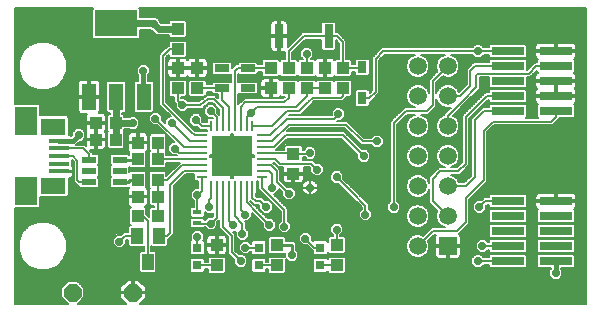
<source format=gtl>
G75*
%MOIN*%
%OFA0B0*%
%FSLAX25Y25*%
%IPPOS*%
%LPD*%
%AMOC8*
5,1,8,0,0,1.08239X$1,22.5*
%
%ADD10C,0.05937*%
%ADD11R,0.05937X0.05937*%
%ADD12R,0.03937X0.04331*%
%ADD13R,0.04331X0.03937*%
%ADD14R,0.06693X0.01772*%
%ADD15R,0.08268X0.05807*%
%ADD16R,0.07480X0.09350*%
%ADD17R,0.03150X0.03937*%
%ADD18R,0.04724X0.02165*%
%ADD19R,0.04800X0.08800*%
%ADD20R,0.14173X0.08661*%
%ADD21R,0.03543X0.01142*%
%ADD22R,0.01142X0.03543*%
%ADD23R,0.13780X0.13780*%
%ADD24R,0.03150X0.03150*%
%ADD25R,0.05000X0.02500*%
%ADD26R,0.03937X0.05512*%
%ADD27OC8,0.05937*%
%ADD28R,0.11000X0.03000*%
%ADD29C,0.02756*%
%ADD30R,0.03150X0.07874*%
%ADD31R,0.03000X0.01800*%
%ADD32C,0.00600*%
%ADD33OC8,0.02600*%
%ADD34C,0.02400*%
%ADD35C,0.01000*%
%ADD36C,0.01600*%
D10*
X0140765Y0048479D03*
X0140765Y0058479D03*
X0150765Y0058479D03*
X0150765Y0068479D03*
X0140765Y0068479D03*
X0140765Y0078479D03*
X0150765Y0078479D03*
X0150765Y0088479D03*
X0140765Y0088479D03*
X0140765Y0098479D03*
X0150765Y0098479D03*
X0150765Y0108479D03*
X0140765Y0108479D03*
D11*
X0150765Y0048479D03*
D12*
X0054111Y0058479D03*
X0047418Y0058479D03*
X0047418Y0064979D03*
X0047418Y0070479D03*
X0054111Y0070479D03*
X0054111Y0064979D03*
X0054111Y0077479D03*
X0054111Y0082979D03*
X0047418Y0082979D03*
X0047418Y0077479D03*
X0040111Y0083979D03*
X0033418Y0083979D03*
X0033418Y0089479D03*
X0040111Y0089479D03*
D13*
X0060765Y0101133D03*
X0067265Y0101133D03*
X0067265Y0107826D03*
X0060765Y0107826D03*
X0060765Y0114133D03*
X0060765Y0120826D03*
X0091765Y0107826D03*
X0097765Y0107826D03*
X0103765Y0107826D03*
X0109765Y0107826D03*
X0115765Y0107826D03*
X0115765Y0101133D03*
X0109765Y0101133D03*
X0103765Y0101133D03*
X0097765Y0101133D03*
X0091765Y0101133D03*
X0099265Y0079326D03*
X0099265Y0072633D03*
X0093765Y0048826D03*
X0093765Y0042133D03*
X0073765Y0042133D03*
X0073765Y0048826D03*
X0113765Y0048826D03*
X0113765Y0042133D03*
D14*
X0021288Y0073361D03*
X0021288Y0075920D03*
X0021288Y0078479D03*
X0021288Y0081038D03*
X0021288Y0083598D03*
D15*
X0019320Y0088322D03*
X0019320Y0068637D03*
D16*
X0010265Y0066865D03*
X0010265Y0090094D03*
D17*
X0122265Y0097861D03*
X0122265Y0108098D03*
D18*
X0041383Y0077220D03*
X0041383Y0073479D03*
X0041383Y0069739D03*
X0031146Y0069739D03*
X0031146Y0073479D03*
X0031146Y0077220D03*
D19*
X0031165Y0098279D03*
X0040265Y0098279D03*
X0049365Y0098279D03*
D20*
X0040265Y0122680D03*
D21*
X0068725Y0085369D03*
X0068725Y0083401D03*
X0068725Y0081432D03*
X0068725Y0079464D03*
X0068725Y0077495D03*
X0068725Y0075527D03*
X0068725Y0073558D03*
X0068725Y0071590D03*
X0088804Y0071590D03*
X0088804Y0073558D03*
X0088804Y0075527D03*
X0088804Y0077495D03*
X0088804Y0079464D03*
X0088804Y0081432D03*
X0088804Y0083401D03*
X0088804Y0085369D03*
D22*
X0085654Y0088519D03*
X0083686Y0088519D03*
X0081717Y0088519D03*
X0079749Y0088519D03*
X0077780Y0088519D03*
X0075812Y0088519D03*
X0073843Y0088519D03*
X0071875Y0088519D03*
X0071875Y0068440D03*
X0073843Y0068440D03*
X0075812Y0068440D03*
X0077780Y0068440D03*
X0079749Y0068440D03*
X0081717Y0068440D03*
X0083686Y0068440D03*
X0085654Y0068440D03*
D23*
X0078765Y0078479D03*
D24*
X0087765Y0047932D03*
X0087765Y0042027D03*
X0108265Y0042027D03*
X0108265Y0047932D03*
X0067265Y0047932D03*
X0067265Y0042027D03*
D25*
X0075465Y0101179D03*
X0075465Y0107779D03*
X0084065Y0107779D03*
X0084065Y0101179D03*
D26*
X0054505Y0051810D03*
X0047024Y0051810D03*
X0050765Y0043149D03*
D27*
X0045765Y0032979D03*
X0025765Y0032979D03*
D28*
X0170765Y0043479D03*
X0170765Y0048479D03*
X0170765Y0053479D03*
X0170765Y0058479D03*
X0170765Y0063479D03*
X0186765Y0063479D03*
X0186765Y0058479D03*
X0186765Y0053479D03*
X0186765Y0048479D03*
X0186765Y0043479D03*
X0186765Y0093479D03*
X0186765Y0098479D03*
X0186765Y0103479D03*
X0186765Y0108479D03*
X0186765Y0113479D03*
X0170765Y0113479D03*
X0170765Y0108479D03*
X0170765Y0103479D03*
X0170765Y0098479D03*
X0170765Y0093479D03*
D29*
X0107265Y0073979D03*
X0097765Y0065979D03*
X0092265Y0067979D03*
X0090265Y0061479D03*
X0083265Y0058979D03*
X0079265Y0055479D03*
D30*
X0094497Y0118479D03*
X0111032Y0118479D03*
D31*
X0067265Y0059779D03*
X0067265Y0056179D03*
D32*
X0006565Y0061290D02*
X0006565Y0029279D01*
X0023994Y0029279D01*
X0021896Y0031377D01*
X0021896Y0034582D01*
X0024162Y0036848D01*
X0027367Y0036848D01*
X0029633Y0034582D01*
X0029633Y0031377D01*
X0027535Y0029279D01*
X0043428Y0029279D01*
X0041496Y0031211D01*
X0041496Y0032679D01*
X0045465Y0032679D01*
X0045465Y0033279D01*
X0041496Y0033279D01*
X0041496Y0034748D01*
X0043996Y0037248D01*
X0045465Y0037248D01*
X0045465Y0033279D01*
X0046065Y0033279D01*
X0050033Y0033279D01*
X0050033Y0034748D01*
X0047533Y0037248D01*
X0046065Y0037248D01*
X0046065Y0033279D01*
X0046065Y0032679D01*
X0050033Y0032679D01*
X0050033Y0031211D01*
X0048101Y0029279D01*
X0196965Y0029279D01*
X0196965Y0127679D01*
X0047955Y0127679D01*
X0048251Y0127384D01*
X0048251Y0124780D01*
X0053434Y0124780D01*
X0053534Y0124679D01*
X0053676Y0124679D01*
X0054965Y0123391D01*
X0054965Y0123249D01*
X0055288Y0122926D01*
X0057699Y0122926D01*
X0057699Y0123167D01*
X0058226Y0123694D01*
X0063303Y0123694D01*
X0063830Y0123167D01*
X0063830Y0118485D01*
X0063303Y0117957D01*
X0058226Y0117957D01*
X0057699Y0118485D01*
X0057699Y0118726D01*
X0053548Y0118726D01*
X0051995Y0120279D01*
X0051853Y0120279D01*
X0051553Y0120580D01*
X0048251Y0120580D01*
X0048251Y0117977D01*
X0047724Y0117450D01*
X0032805Y0117450D01*
X0032278Y0117977D01*
X0032278Y0127384D01*
X0032574Y0127679D01*
X0006565Y0127679D01*
X0006565Y0095669D01*
X0014378Y0095669D01*
X0014905Y0095142D01*
X0014905Y0092125D01*
X0023826Y0092125D01*
X0024354Y0091598D01*
X0024354Y0085383D01*
X0025007Y0085383D01*
X0025136Y0085255D01*
X0025565Y0085684D01*
X0025565Y0086391D01*
X0026853Y0087679D01*
X0028676Y0087679D01*
X0029965Y0086391D01*
X0029965Y0084568D01*
X0028676Y0083279D01*
X0027969Y0083279D01*
X0026928Y0082238D01*
X0029703Y0082238D01*
X0030150Y0081791D01*
X0030150Y0083679D01*
X0033118Y0083679D01*
X0033718Y0083679D01*
X0033718Y0080514D01*
X0035558Y0080514D01*
X0035888Y0080603D01*
X0036185Y0080774D01*
X0036427Y0081016D01*
X0036598Y0081312D01*
X0036687Y0081643D01*
X0036687Y0083679D01*
X0033718Y0083679D01*
X0033718Y0084279D01*
X0036687Y0084279D01*
X0036687Y0086316D01*
X0036598Y0086647D01*
X0036550Y0086729D01*
X0036598Y0086812D01*
X0036687Y0087143D01*
X0036687Y0089179D01*
X0033718Y0089179D01*
X0033718Y0084279D01*
X0033118Y0084279D01*
X0033118Y0083679D01*
X0033118Y0080514D01*
X0031427Y0080514D01*
X0031644Y0080298D01*
X0032346Y0079595D01*
X0032346Y0079202D01*
X0033881Y0079202D01*
X0034409Y0078675D01*
X0034409Y0075764D01*
X0033994Y0075350D01*
X0034409Y0074935D01*
X0034409Y0072024D01*
X0033994Y0071609D01*
X0034409Y0071195D01*
X0034409Y0068284D01*
X0033881Y0067757D01*
X0028411Y0067757D01*
X0027884Y0068284D01*
X0027884Y0068539D01*
X0027508Y0068539D01*
X0026805Y0069242D01*
X0026565Y0069482D01*
X0026065Y0069982D01*
X0026065Y0076482D01*
X0025535Y0077012D01*
X0025535Y0075186D01*
X0025675Y0075045D01*
X0025846Y0074749D01*
X0025935Y0074418D01*
X0025935Y0073504D01*
X0021431Y0073504D01*
X0021431Y0073218D01*
X0025935Y0073218D01*
X0025935Y0072304D01*
X0025846Y0071974D01*
X0025675Y0071677D01*
X0025433Y0071435D01*
X0025136Y0071264D01*
X0024806Y0071176D01*
X0024354Y0071176D01*
X0024354Y0065361D01*
X0023826Y0064833D01*
X0014905Y0064833D01*
X0014905Y0061817D01*
X0014378Y0061290D01*
X0006565Y0061290D01*
X0006565Y0061123D02*
X0044655Y0061123D01*
X0044550Y0061018D02*
X0044550Y0055941D01*
X0045025Y0055466D01*
X0044683Y0055466D01*
X0044156Y0054939D01*
X0044156Y0053010D01*
X0042598Y0053010D01*
X0041768Y0052179D01*
X0040353Y0052179D01*
X0039065Y0050891D01*
X0039065Y0049068D01*
X0040353Y0047779D01*
X0042176Y0047779D01*
X0043465Y0049068D01*
X0043465Y0050482D01*
X0043592Y0050610D01*
X0044156Y0050610D01*
X0044156Y0048681D01*
X0044683Y0048154D01*
X0049366Y0048154D01*
X0049565Y0048353D01*
X0049565Y0046805D01*
X0048423Y0046805D01*
X0047896Y0046277D01*
X0047896Y0040020D01*
X0048423Y0039493D01*
X0053106Y0039493D01*
X0053633Y0040020D01*
X0053633Y0046277D01*
X0053106Y0046805D01*
X0051965Y0046805D01*
X0051965Y0048353D01*
X0052163Y0048154D01*
X0056846Y0048154D01*
X0057373Y0048681D01*
X0057373Y0050610D01*
X0057592Y0050610D01*
X0058295Y0051313D01*
X0058465Y0051482D01*
X0059465Y0052482D01*
X0059465Y0068482D01*
X0060465Y0069482D01*
X0063340Y0072358D01*
X0066054Y0072358D01*
X0066054Y0070646D01*
X0066581Y0070119D01*
X0067525Y0070119D01*
X0067525Y0067679D01*
X0066353Y0067679D01*
X0065065Y0066391D01*
X0065065Y0064568D01*
X0066065Y0063568D01*
X0066065Y0061579D01*
X0065392Y0061579D01*
X0064865Y0061052D01*
X0064865Y0058507D01*
X0065392Y0057979D01*
X0064865Y0057452D01*
X0064865Y0054907D01*
X0065392Y0054379D01*
X0069137Y0054379D01*
X0069537Y0054779D01*
X0069853Y0054779D01*
X0070853Y0053779D01*
X0072676Y0053779D01*
X0073965Y0055068D01*
X0073965Y0056482D01*
X0074262Y0056779D01*
X0074612Y0057130D01*
X0074612Y0054435D01*
X0077565Y0051482D01*
X0077565Y0045982D01*
X0079565Y0043982D01*
X0079565Y0042568D01*
X0080853Y0041279D01*
X0082676Y0041279D01*
X0083965Y0042568D01*
X0083965Y0044391D01*
X0082676Y0045679D01*
X0081262Y0045679D01*
X0079965Y0046976D01*
X0079965Y0052476D01*
X0079240Y0053201D01*
X0080065Y0053201D01*
X0080065Y0051568D01*
X0081353Y0050279D01*
X0083176Y0050279D01*
X0084465Y0051568D01*
X0084465Y0053391D01*
X0083465Y0054391D01*
X0083465Y0056476D01*
X0083240Y0056701D01*
X0084208Y0056701D01*
X0085543Y0058036D01*
X0085543Y0059504D01*
X0086065Y0058982D01*
X0089065Y0055982D01*
X0089065Y0054568D01*
X0090353Y0053279D01*
X0092176Y0053279D01*
X0093465Y0054568D01*
X0093465Y0056391D01*
X0092176Y0057679D01*
X0090762Y0057679D01*
X0087762Y0060679D01*
X0084886Y0063555D01*
X0084886Y0063661D01*
X0085565Y0062982D01*
X0086268Y0062279D01*
X0087768Y0062279D01*
X0087987Y0062060D01*
X0087987Y0060536D01*
X0089321Y0059201D01*
X0091208Y0059201D01*
X0092543Y0060536D01*
X0092543Y0062423D01*
X0091208Y0063757D01*
X0089684Y0063757D01*
X0088762Y0064679D01*
X0087262Y0064679D01*
X0086854Y0065087D01*
X0086854Y0066025D01*
X0087125Y0066296D01*
X0087125Y0070119D01*
X0087604Y0070119D01*
X0087604Y0067443D01*
X0088307Y0066740D01*
X0095065Y0059982D01*
X0095065Y0056891D01*
X0094065Y0055891D01*
X0094065Y0054068D01*
X0095353Y0052779D01*
X0097176Y0052779D01*
X0098465Y0054068D01*
X0098465Y0055891D01*
X0097465Y0056891D01*
X0097465Y0060976D01*
X0096762Y0061679D01*
X0096762Y0061679D01*
X0092740Y0065701D01*
X0093208Y0065701D01*
X0094543Y0067036D01*
X0094543Y0067504D01*
X0095487Y0066560D01*
X0095487Y0065036D01*
X0096821Y0063701D01*
X0098708Y0063701D01*
X0100043Y0065036D01*
X0100043Y0066923D01*
X0098708Y0068257D01*
X0097184Y0068257D01*
X0094965Y0070476D01*
X0094965Y0073976D01*
X0094262Y0074679D01*
X0092646Y0076295D01*
X0092752Y0076295D01*
X0093565Y0075482D01*
X0094268Y0074779D01*
X0095801Y0074779D01*
X0095799Y0074773D01*
X0095799Y0072933D01*
X0098965Y0072933D01*
X0098965Y0072333D01*
X0099565Y0072333D01*
X0099565Y0072933D01*
X0102730Y0072933D01*
X0102730Y0074773D01*
X0102728Y0074779D01*
X0104768Y0074779D01*
X0104987Y0074560D01*
X0104987Y0073036D01*
X0106321Y0071701D01*
X0108208Y0071701D01*
X0109543Y0073036D01*
X0109543Y0074923D01*
X0108208Y0076257D01*
X0106684Y0076257D01*
X0105762Y0077179D01*
X0102330Y0077179D01*
X0102330Y0078126D01*
X0103007Y0078126D01*
X0103853Y0077279D01*
X0105676Y0077279D01*
X0106965Y0078568D01*
X0106965Y0080391D01*
X0105676Y0081679D01*
X0103853Y0081679D01*
X0102700Y0080526D01*
X0102330Y0080526D01*
X0102330Y0081667D01*
X0101803Y0082194D01*
X0096726Y0082194D01*
X0096199Y0081667D01*
X0096199Y0080664D01*
X0093646Y0080664D01*
X0097262Y0084279D01*
X0115268Y0084279D01*
X0120565Y0078982D01*
X0120565Y0077568D01*
X0121853Y0076279D01*
X0123676Y0076279D01*
X0124965Y0077568D01*
X0124965Y0079391D01*
X0123676Y0080679D01*
X0122262Y0080679D01*
X0116262Y0086679D01*
X0097162Y0086679D01*
X0098262Y0087779D01*
X0116268Y0087779D01*
X0121143Y0082904D01*
X0121846Y0082201D01*
X0125275Y0082201D01*
X0126275Y0081201D01*
X0128097Y0081201D01*
X0129386Y0082489D01*
X0129386Y0084312D01*
X0128097Y0085601D01*
X0126275Y0085601D01*
X0125275Y0084601D01*
X0122840Y0084601D01*
X0117262Y0090179D01*
X0113662Y0090179D01*
X0113762Y0090279D01*
X0115176Y0090279D01*
X0116465Y0091568D01*
X0116465Y0093391D01*
X0115176Y0094679D01*
X0113353Y0094679D01*
X0112065Y0093391D01*
X0112065Y0092179D01*
X0097662Y0092179D01*
X0097762Y0092279D01*
X0101762Y0092279D01*
X0102465Y0092982D01*
X0102465Y0092982D01*
X0104762Y0095279D01*
X0106262Y0096779D01*
X0115762Y0096779D01*
X0116262Y0097279D01*
X0116965Y0097982D01*
X0116965Y0098264D01*
X0118303Y0098264D01*
X0118830Y0098792D01*
X0118830Y0103474D01*
X0118303Y0104001D01*
X0113226Y0104001D01*
X0112765Y0103540D01*
X0112303Y0104001D01*
X0107226Y0104001D01*
X0106765Y0103540D01*
X0106303Y0104001D01*
X0101226Y0104001D01*
X0100765Y0103540D01*
X0100303Y0104001D01*
X0095226Y0104001D01*
X0095027Y0103802D01*
X0094970Y0103900D01*
X0094728Y0104142D01*
X0094432Y0104313D01*
X0094101Y0104401D01*
X0092065Y0104401D01*
X0092065Y0101433D01*
X0091465Y0101433D01*
X0091465Y0104401D01*
X0089428Y0104401D01*
X0089097Y0104313D01*
X0088801Y0104142D01*
X0088559Y0103900D01*
X0088388Y0103603D01*
X0088299Y0103273D01*
X0088299Y0101433D01*
X0091465Y0101433D01*
X0091465Y0100833D01*
X0092065Y0100833D01*
X0092065Y0097864D01*
X0094101Y0097864D01*
X0094432Y0097953D01*
X0094728Y0098124D01*
X0094970Y0098366D01*
X0095027Y0098464D01*
X0095226Y0098264D01*
X0096353Y0098264D01*
X0095768Y0097679D01*
X0082768Y0097679D01*
X0082065Y0096976D01*
X0080949Y0095861D01*
X0080949Y0099272D01*
X0081192Y0099029D01*
X0086937Y0099029D01*
X0087465Y0099557D01*
X0087465Y0102802D01*
X0086937Y0103329D01*
X0081192Y0103329D01*
X0080949Y0103086D01*
X0080949Y0105872D01*
X0081192Y0105629D01*
X0086937Y0105629D01*
X0087465Y0106157D01*
X0087465Y0106626D01*
X0088699Y0106626D01*
X0088699Y0105485D01*
X0089226Y0104957D01*
X0094303Y0104957D01*
X0094765Y0105419D01*
X0095226Y0104957D01*
X0100303Y0104957D01*
X0100765Y0105419D01*
X0101226Y0104957D01*
X0106303Y0104957D01*
X0106502Y0105157D01*
X0106559Y0105059D01*
X0106801Y0104817D01*
X0107097Y0104646D01*
X0107428Y0104557D01*
X0109465Y0104557D01*
X0109465Y0107526D01*
X0110065Y0107526D01*
X0110065Y0104557D01*
X0112101Y0104557D01*
X0112432Y0104646D01*
X0112728Y0104817D01*
X0112970Y0105059D01*
X0113027Y0105157D01*
X0113226Y0104957D01*
X0118303Y0104957D01*
X0118830Y0105485D01*
X0118830Y0106626D01*
X0119790Y0106626D01*
X0119790Y0105756D01*
X0120317Y0105229D01*
X0124212Y0105229D01*
X0124739Y0105756D01*
X0124739Y0110439D01*
X0124212Y0110966D01*
X0120317Y0110966D01*
X0119790Y0110439D01*
X0119790Y0109026D01*
X0118830Y0109026D01*
X0118830Y0110167D01*
X0118303Y0110694D01*
X0116965Y0110694D01*
X0116965Y0116976D01*
X0116262Y0117679D01*
X0114262Y0119679D01*
X0113507Y0119679D01*
X0113507Y0122789D01*
X0112980Y0123316D01*
X0109085Y0123316D01*
X0108557Y0122789D01*
X0108557Y0119679D01*
X0102268Y0119679D01*
X0101565Y0118976D01*
X0097372Y0114784D01*
X0097372Y0118179D01*
X0094797Y0118179D01*
X0094797Y0113242D01*
X0096243Y0113242D01*
X0096565Y0113329D01*
X0096565Y0110694D01*
X0095226Y0110694D01*
X0094765Y0110233D01*
X0094303Y0110694D01*
X0089226Y0110694D01*
X0088699Y0110167D01*
X0088699Y0109026D01*
X0087465Y0109026D01*
X0087465Y0109402D01*
X0086937Y0109929D01*
X0081192Y0109929D01*
X0080665Y0109402D01*
X0080665Y0109179D01*
X0080268Y0109179D01*
X0079565Y0108476D01*
X0079252Y0108164D01*
X0078865Y0107776D01*
X0078865Y0109402D01*
X0078337Y0109929D01*
X0072592Y0109929D01*
X0072065Y0109402D01*
X0072065Y0106157D01*
X0072592Y0105629D01*
X0078337Y0105629D01*
X0078549Y0105841D01*
X0078549Y0103118D01*
X0078337Y0103329D01*
X0072592Y0103329D01*
X0072065Y0102802D01*
X0072065Y0102379D01*
X0070330Y0102379D01*
X0070330Y0103474D01*
X0069803Y0104001D01*
X0064726Y0104001D01*
X0064199Y0103474D01*
X0064199Y0098792D01*
X0064726Y0098264D01*
X0069803Y0098264D01*
X0070330Y0098792D01*
X0070330Y0099979D01*
X0072065Y0099979D01*
X0072065Y0099557D01*
X0072592Y0099029D01*
X0074265Y0099029D01*
X0074265Y0097676D01*
X0073965Y0097976D01*
X0073262Y0098679D01*
X0070831Y0098679D01*
X0070403Y0098727D01*
X0070344Y0098679D01*
X0070268Y0098679D01*
X0069963Y0098375D01*
X0067844Y0096679D01*
X0064176Y0096679D01*
X0063176Y0097679D01*
X0061965Y0097679D01*
X0061965Y0098264D01*
X0063303Y0098264D01*
X0063830Y0098792D01*
X0063830Y0103474D01*
X0063303Y0104001D01*
X0058226Y0104001D01*
X0057699Y0103474D01*
X0057699Y0098792D01*
X0058226Y0098264D01*
X0059565Y0098264D01*
X0059565Y0096482D01*
X0060065Y0095982D01*
X0060065Y0094568D01*
X0061353Y0093279D01*
X0063176Y0093279D01*
X0064176Y0094279D01*
X0068198Y0094279D01*
X0068626Y0094232D01*
X0068685Y0094279D01*
X0068762Y0094279D01*
X0069066Y0094584D01*
X0071185Y0096279D01*
X0072268Y0096279D01*
X0074612Y0093935D01*
X0074612Y0092329D01*
X0073965Y0092976D01*
X0073965Y0094391D01*
X0072676Y0095679D01*
X0070853Y0095679D01*
X0069565Y0094391D01*
X0069565Y0092568D01*
X0070853Y0091279D01*
X0072268Y0091279D01*
X0072357Y0091190D01*
X0070931Y0091190D01*
X0070404Y0090663D01*
X0070404Y0089719D01*
X0069222Y0089719D01*
X0068965Y0089976D01*
X0068965Y0091391D01*
X0067676Y0092679D01*
X0065853Y0092679D01*
X0064565Y0091391D01*
X0064565Y0089568D01*
X0065853Y0088279D01*
X0067268Y0088279D01*
X0068228Y0087319D01*
X0070404Y0087319D01*
X0070404Y0086840D01*
X0066601Y0086840D01*
X0066465Y0086976D01*
X0064965Y0088476D01*
X0060465Y0092976D01*
X0056965Y0096476D01*
X0056965Y0111482D01*
X0057699Y0112217D01*
X0057699Y0111792D01*
X0058226Y0111264D01*
X0063303Y0111264D01*
X0063830Y0111792D01*
X0063830Y0116474D01*
X0063303Y0117001D01*
X0058226Y0117001D01*
X0057699Y0116474D01*
X0057699Y0115333D01*
X0057421Y0115333D01*
X0056718Y0114630D01*
X0056565Y0114476D01*
X0054565Y0112476D01*
X0054565Y0095482D01*
X0055268Y0094779D01*
X0058368Y0091679D01*
X0057853Y0091679D01*
X0056565Y0090391D01*
X0056565Y0089376D01*
X0055465Y0090476D01*
X0055465Y0091891D01*
X0054176Y0093179D01*
X0052353Y0093179D01*
X0051065Y0091891D01*
X0051065Y0090068D01*
X0052353Y0088779D01*
X0053768Y0088779D01*
X0059368Y0083179D01*
X0058853Y0083179D01*
X0057565Y0081891D01*
X0057565Y0080068D01*
X0058853Y0078779D01*
X0060268Y0078779D01*
X0060356Y0078691D01*
X0056980Y0078680D01*
X0056980Y0080018D01*
X0056768Y0080229D01*
X0056980Y0080441D01*
X0056980Y0085518D01*
X0056452Y0086045D01*
X0051770Y0086045D01*
X0051243Y0085518D01*
X0051243Y0080441D01*
X0051454Y0080229D01*
X0051243Y0080018D01*
X0051243Y0074941D01*
X0051770Y0074414D01*
X0056452Y0074414D01*
X0056980Y0074941D01*
X0056980Y0076279D01*
X0057262Y0076279D01*
X0057263Y0076281D01*
X0061382Y0076294D01*
X0056980Y0071891D01*
X0056980Y0073018D01*
X0056452Y0073545D01*
X0051770Y0073545D01*
X0051243Y0073018D01*
X0051243Y0067941D01*
X0051454Y0067729D01*
X0051243Y0067518D01*
X0051243Y0062441D01*
X0051770Y0061914D01*
X0052911Y0061914D01*
X0052911Y0061545D01*
X0051770Y0061545D01*
X0051243Y0061018D01*
X0051243Y0058199D01*
X0050287Y0059154D01*
X0050287Y0061018D01*
X0049759Y0061545D01*
X0049672Y0061545D01*
X0049888Y0061603D01*
X0050185Y0061774D01*
X0050427Y0062016D01*
X0050598Y0062312D01*
X0050687Y0062643D01*
X0050687Y0064679D01*
X0047718Y0064679D01*
X0047718Y0065279D01*
X0050687Y0065279D01*
X0050687Y0067316D01*
X0050598Y0067647D01*
X0050427Y0067943D01*
X0050287Y0068083D01*
X0050287Y0073018D01*
X0049759Y0073545D01*
X0045077Y0073545D01*
X0044645Y0073113D01*
X0044645Y0074846D01*
X0045077Y0074414D01*
X0049759Y0074414D01*
X0050287Y0074941D01*
X0050287Y0079876D01*
X0050427Y0080016D01*
X0050598Y0080312D01*
X0050687Y0080643D01*
X0050687Y0082679D01*
X0047718Y0082679D01*
X0047718Y0083279D01*
X0050687Y0083279D01*
X0050687Y0085316D01*
X0050598Y0085647D01*
X0050427Y0085943D01*
X0050185Y0086185D01*
X0049888Y0086356D01*
X0049558Y0086445D01*
X0047718Y0086445D01*
X0047718Y0083279D01*
X0047118Y0083279D01*
X0047118Y0082679D01*
X0044150Y0082679D01*
X0044150Y0080643D01*
X0044238Y0080312D01*
X0044409Y0080016D01*
X0044550Y0079876D01*
X0044550Y0078770D01*
X0044118Y0079202D01*
X0038648Y0079202D01*
X0038120Y0078675D01*
X0038120Y0075764D01*
X0038535Y0075350D01*
X0038120Y0074935D01*
X0038120Y0072024D01*
X0038535Y0071609D01*
X0038120Y0071195D01*
X0038120Y0068284D01*
X0038648Y0067757D01*
X0044118Y0067757D01*
X0044550Y0068189D01*
X0044550Y0068083D01*
X0044409Y0067943D01*
X0044238Y0067647D01*
X0044150Y0067316D01*
X0044150Y0065279D01*
X0047118Y0065279D01*
X0047118Y0064679D01*
X0044150Y0064679D01*
X0044150Y0062643D01*
X0044238Y0062312D01*
X0044409Y0062016D01*
X0044651Y0061774D01*
X0044948Y0061603D01*
X0045164Y0061545D01*
X0045077Y0061545D01*
X0044550Y0061018D01*
X0044550Y0060524D02*
X0006565Y0060524D01*
X0006565Y0059926D02*
X0044550Y0059926D01*
X0044550Y0059327D02*
X0006565Y0059327D01*
X0006565Y0058729D02*
X0044550Y0058729D01*
X0044550Y0058130D02*
X0006565Y0058130D01*
X0006565Y0057532D02*
X0044550Y0057532D01*
X0044550Y0056933D02*
X0006565Y0056933D01*
X0006565Y0056335D02*
X0013564Y0056335D01*
X0014154Y0056579D02*
X0011177Y0055346D01*
X0008898Y0053067D01*
X0007665Y0050090D01*
X0007665Y0046868D01*
X0008898Y0043892D01*
X0011177Y0041613D01*
X0014154Y0040380D01*
X0017376Y0040380D01*
X0020352Y0041613D01*
X0022631Y0043892D01*
X0023864Y0046868D01*
X0023864Y0050090D01*
X0022631Y0053067D01*
X0020352Y0055346D01*
X0017376Y0056579D01*
X0014154Y0056579D01*
X0012119Y0055736D02*
X0006565Y0055736D01*
X0006565Y0055137D02*
X0010969Y0055137D01*
X0010370Y0054539D02*
X0006565Y0054539D01*
X0006565Y0053940D02*
X0009772Y0053940D01*
X0009173Y0053342D02*
X0006565Y0053342D01*
X0006565Y0052743D02*
X0008764Y0052743D01*
X0008516Y0052145D02*
X0006565Y0052145D01*
X0006565Y0051546D02*
X0008268Y0051546D01*
X0008021Y0050948D02*
X0006565Y0050948D01*
X0006565Y0050349D02*
X0007773Y0050349D01*
X0007665Y0049751D02*
X0006565Y0049751D01*
X0006565Y0049152D02*
X0007665Y0049152D01*
X0007665Y0048554D02*
X0006565Y0048554D01*
X0006565Y0047955D02*
X0007665Y0047955D01*
X0007665Y0047357D02*
X0006565Y0047357D01*
X0006565Y0046758D02*
X0007711Y0046758D01*
X0007959Y0046160D02*
X0006565Y0046160D01*
X0006565Y0045561D02*
X0008207Y0045561D01*
X0008455Y0044963D02*
X0006565Y0044963D01*
X0006565Y0044364D02*
X0008703Y0044364D01*
X0009024Y0043766D02*
X0006565Y0043766D01*
X0006565Y0043167D02*
X0009623Y0043167D01*
X0010221Y0042569D02*
X0006565Y0042569D01*
X0006565Y0041970D02*
X0010820Y0041970D01*
X0011760Y0041372D02*
X0006565Y0041372D01*
X0006565Y0040773D02*
X0013205Y0040773D01*
X0018324Y0040773D02*
X0047896Y0040773D01*
X0047896Y0040175D02*
X0006565Y0040175D01*
X0006565Y0039576D02*
X0048340Y0039576D01*
X0047896Y0041372D02*
X0019769Y0041372D01*
X0020709Y0041970D02*
X0047896Y0041970D01*
X0047896Y0042569D02*
X0021308Y0042569D01*
X0021906Y0043167D02*
X0047896Y0043167D01*
X0047896Y0043766D02*
X0022505Y0043766D01*
X0022827Y0044364D02*
X0047896Y0044364D01*
X0047896Y0044963D02*
X0023074Y0044963D01*
X0023322Y0045561D02*
X0047896Y0045561D01*
X0047896Y0046160D02*
X0023570Y0046160D01*
X0023818Y0046758D02*
X0048377Y0046758D01*
X0049565Y0047357D02*
X0023864Y0047357D01*
X0023864Y0047955D02*
X0040177Y0047955D01*
X0039579Y0048554D02*
X0023864Y0048554D01*
X0023864Y0049152D02*
X0039065Y0049152D01*
X0039065Y0049751D02*
X0023864Y0049751D01*
X0023757Y0050349D02*
X0039065Y0050349D01*
X0039122Y0050948D02*
X0023509Y0050948D01*
X0023261Y0051546D02*
X0039720Y0051546D01*
X0040319Y0052145D02*
X0023013Y0052145D01*
X0022765Y0052743D02*
X0042332Y0052743D01*
X0043095Y0051810D02*
X0041265Y0049979D01*
X0042950Y0048554D02*
X0044283Y0048554D01*
X0044156Y0049152D02*
X0043465Y0049152D01*
X0043465Y0049751D02*
X0044156Y0049751D01*
X0044156Y0050349D02*
X0043465Y0050349D01*
X0043095Y0051810D02*
X0047024Y0051810D01*
X0044156Y0053342D02*
X0022356Y0053342D01*
X0021758Y0053940D02*
X0044156Y0053940D01*
X0044156Y0054539D02*
X0021159Y0054539D01*
X0020561Y0055137D02*
X0044355Y0055137D01*
X0044755Y0055736D02*
X0019410Y0055736D01*
X0017965Y0056335D02*
X0044550Y0056335D01*
X0047418Y0058479D02*
X0049265Y0058479D01*
X0050765Y0056979D01*
X0050765Y0043149D01*
X0053633Y0043167D02*
X0064790Y0043167D01*
X0064790Y0042569D02*
X0053633Y0042569D01*
X0053633Y0041970D02*
X0064790Y0041970D01*
X0064790Y0041372D02*
X0053633Y0041372D01*
X0053633Y0040773D02*
X0064790Y0040773D01*
X0064790Y0040175D02*
X0053633Y0040175D01*
X0053189Y0039576D02*
X0065293Y0039576D01*
X0065317Y0039552D02*
X0069212Y0039552D01*
X0069739Y0040079D01*
X0069739Y0040933D01*
X0070699Y0040933D01*
X0070699Y0039792D01*
X0071226Y0039264D01*
X0076303Y0039264D01*
X0076830Y0039792D01*
X0076830Y0044474D01*
X0076303Y0045001D01*
X0071226Y0045001D01*
X0070699Y0044474D01*
X0070699Y0043333D01*
X0069739Y0043333D01*
X0069739Y0043974D01*
X0069212Y0044501D01*
X0065317Y0044501D01*
X0064790Y0043974D01*
X0064790Y0040079D01*
X0065317Y0039552D01*
X0067371Y0042133D02*
X0073765Y0042133D01*
X0076830Y0041970D02*
X0080162Y0041970D01*
X0079565Y0042569D02*
X0076830Y0042569D01*
X0076830Y0043167D02*
X0079565Y0043167D01*
X0079565Y0043766D02*
X0076830Y0043766D01*
X0076830Y0044364D02*
X0079183Y0044364D01*
X0078584Y0044963D02*
X0076341Y0044963D01*
X0076116Y0045561D02*
X0077986Y0045561D01*
X0077565Y0046160D02*
X0077028Y0046160D01*
X0076970Y0046059D02*
X0077141Y0046356D01*
X0077230Y0046686D01*
X0077230Y0048526D01*
X0074065Y0048526D01*
X0074065Y0049126D01*
X0077230Y0049126D01*
X0077230Y0050966D01*
X0077141Y0051296D01*
X0076970Y0051593D01*
X0076728Y0051835D01*
X0076432Y0052006D01*
X0076101Y0052094D01*
X0074065Y0052094D01*
X0074065Y0049126D01*
X0073465Y0049126D01*
X0073465Y0052094D01*
X0071428Y0052094D01*
X0071097Y0052006D01*
X0070801Y0051835D01*
X0070559Y0051593D01*
X0070388Y0051296D01*
X0070299Y0050966D01*
X0070299Y0049126D01*
X0073465Y0049126D01*
X0073465Y0048526D01*
X0074065Y0048526D01*
X0074065Y0045557D01*
X0076101Y0045557D01*
X0076432Y0045646D01*
X0076728Y0045817D01*
X0076970Y0046059D01*
X0077230Y0046758D02*
X0077565Y0046758D01*
X0077565Y0047357D02*
X0077230Y0047357D01*
X0077230Y0047955D02*
X0077565Y0047955D01*
X0077565Y0048554D02*
X0074065Y0048554D01*
X0074065Y0049152D02*
X0073465Y0049152D01*
X0073465Y0048554D02*
X0069739Y0048554D01*
X0070299Y0048526D02*
X0070299Y0046686D01*
X0070388Y0046356D01*
X0070559Y0046059D01*
X0070801Y0045817D01*
X0071097Y0045646D01*
X0071428Y0045557D01*
X0073465Y0045557D01*
X0073465Y0048526D01*
X0070299Y0048526D01*
X0070299Y0047955D02*
X0069739Y0047955D01*
X0069739Y0047357D02*
X0070299Y0047357D01*
X0070299Y0046758D02*
X0069739Y0046758D01*
X0069739Y0046160D02*
X0070501Y0046160D01*
X0069739Y0045985D02*
X0069739Y0049880D01*
X0069258Y0050361D01*
X0069465Y0050568D01*
X0069465Y0052391D01*
X0068176Y0053679D01*
X0066353Y0053679D01*
X0065065Y0052391D01*
X0065065Y0050568D01*
X0065271Y0050361D01*
X0064790Y0049880D01*
X0064790Y0045985D01*
X0065317Y0045457D01*
X0069212Y0045457D01*
X0069739Y0045985D01*
X0069316Y0045561D02*
X0071413Y0045561D01*
X0071188Y0044963D02*
X0053633Y0044963D01*
X0053633Y0045561D02*
X0065213Y0045561D01*
X0064790Y0046160D02*
X0053633Y0046160D01*
X0053152Y0046758D02*
X0064790Y0046758D01*
X0064790Y0047357D02*
X0051965Y0047357D01*
X0051965Y0047955D02*
X0064790Y0047955D01*
X0064790Y0048554D02*
X0057246Y0048554D01*
X0057373Y0049152D02*
X0064790Y0049152D01*
X0064790Y0049751D02*
X0057373Y0049751D01*
X0057373Y0050349D02*
X0065259Y0050349D01*
X0065065Y0050948D02*
X0057930Y0050948D01*
X0058529Y0051546D02*
X0065065Y0051546D01*
X0065065Y0052145D02*
X0059127Y0052145D01*
X0059465Y0052743D02*
X0065417Y0052743D01*
X0066016Y0053342D02*
X0059465Y0053342D01*
X0059465Y0053940D02*
X0070692Y0053940D01*
X0070094Y0054539D02*
X0069297Y0054539D01*
X0068513Y0053342D02*
X0075705Y0053342D01*
X0075106Y0053940D02*
X0072837Y0053940D01*
X0073435Y0054539D02*
X0074612Y0054539D01*
X0074612Y0055137D02*
X0073965Y0055137D01*
X0073965Y0055736D02*
X0074612Y0055736D01*
X0074612Y0056335D02*
X0073965Y0056335D01*
X0074262Y0056779D02*
X0074262Y0056779D01*
X0074415Y0056933D02*
X0074612Y0056933D01*
X0073765Y0057979D02*
X0073765Y0068361D01*
X0073843Y0068440D01*
X0071875Y0068440D02*
X0071875Y0064590D01*
X0071765Y0064479D01*
X0071265Y0063979D01*
X0071265Y0061479D01*
X0069707Y0059926D02*
X0069665Y0059926D01*
X0069665Y0059968D02*
X0070353Y0059279D01*
X0072176Y0059279D01*
X0072565Y0059668D01*
X0072565Y0058476D01*
X0072268Y0058179D01*
X0070853Y0058179D01*
X0069853Y0057179D01*
X0069665Y0057179D01*
X0069665Y0057452D01*
X0069137Y0057979D01*
X0065392Y0057979D01*
X0069137Y0057979D01*
X0069665Y0058507D01*
X0069665Y0059968D01*
X0069665Y0059327D02*
X0070306Y0059327D01*
X0069665Y0058729D02*
X0072565Y0058729D01*
X0072565Y0059327D02*
X0072223Y0059327D01*
X0070804Y0058130D02*
X0069288Y0058130D01*
X0069585Y0057532D02*
X0070205Y0057532D01*
X0071765Y0055979D02*
X0067465Y0055979D01*
X0067265Y0056179D01*
X0064865Y0056335D02*
X0059465Y0056335D01*
X0059465Y0056933D02*
X0064865Y0056933D01*
X0064944Y0057532D02*
X0059465Y0057532D01*
X0059465Y0058130D02*
X0065241Y0058130D01*
X0064865Y0058729D02*
X0059465Y0058729D01*
X0059465Y0059327D02*
X0064865Y0059327D01*
X0064865Y0059926D02*
X0059465Y0059926D01*
X0059465Y0060524D02*
X0064865Y0060524D01*
X0064935Y0061123D02*
X0059465Y0061123D01*
X0059465Y0061721D02*
X0066065Y0061721D01*
X0066065Y0062320D02*
X0059465Y0062320D01*
X0059465Y0062918D02*
X0066065Y0062918D01*
X0066065Y0063517D02*
X0059465Y0063517D01*
X0059465Y0064115D02*
X0065518Y0064115D01*
X0065065Y0064714D02*
X0059465Y0064714D01*
X0059465Y0065312D02*
X0065065Y0065312D01*
X0065065Y0065911D02*
X0059465Y0065911D01*
X0059465Y0066509D02*
X0065183Y0066509D01*
X0065782Y0067108D02*
X0059465Y0067108D01*
X0059465Y0067706D02*
X0067525Y0067706D01*
X0067525Y0068305D02*
X0059465Y0068305D01*
X0059885Y0068903D02*
X0067525Y0068903D01*
X0067525Y0069502D02*
X0060484Y0069502D01*
X0061082Y0070100D02*
X0067525Y0070100D01*
X0066054Y0070699D02*
X0061681Y0070699D01*
X0062279Y0071297D02*
X0066054Y0071297D01*
X0066054Y0071896D02*
X0062878Y0071896D01*
X0062843Y0073558D02*
X0059265Y0069979D01*
X0058265Y0068979D01*
X0058265Y0067479D01*
X0058265Y0052979D01*
X0057265Y0051979D01*
X0057095Y0051810D01*
X0054505Y0051810D01*
X0059465Y0054539D02*
X0065232Y0054539D01*
X0064865Y0055137D02*
X0059465Y0055137D01*
X0059465Y0055736D02*
X0064865Y0055736D01*
X0069112Y0052743D02*
X0076303Y0052743D01*
X0076902Y0052145D02*
X0069465Y0052145D01*
X0069465Y0051546D02*
X0070532Y0051546D01*
X0070299Y0050948D02*
X0069465Y0050948D01*
X0069270Y0050349D02*
X0070299Y0050349D01*
X0070299Y0049751D02*
X0069739Y0049751D01*
X0069739Y0049152D02*
X0070299Y0049152D01*
X0067265Y0047932D02*
X0067265Y0051479D01*
X0073465Y0051546D02*
X0074065Y0051546D01*
X0074065Y0050948D02*
X0073465Y0050948D01*
X0073465Y0050349D02*
X0074065Y0050349D01*
X0074065Y0049751D02*
X0073465Y0049751D01*
X0073465Y0047955D02*
X0074065Y0047955D01*
X0074065Y0047357D02*
X0073465Y0047357D01*
X0073465Y0046758D02*
X0074065Y0046758D01*
X0074065Y0046160D02*
X0073465Y0046160D01*
X0073465Y0045561D02*
X0074065Y0045561D01*
X0070699Y0044364D02*
X0069349Y0044364D01*
X0069739Y0043766D02*
X0070699Y0043766D01*
X0070699Y0040773D02*
X0069739Y0040773D01*
X0069739Y0040175D02*
X0070699Y0040175D01*
X0070915Y0039576D02*
X0069236Y0039576D01*
X0064790Y0043766D02*
X0053633Y0043766D01*
X0053633Y0044364D02*
X0065180Y0044364D01*
X0076830Y0041372D02*
X0080761Y0041372D01*
X0082768Y0041372D02*
X0085290Y0041372D01*
X0085290Y0041970D02*
X0083367Y0041970D01*
X0083965Y0042569D02*
X0085290Y0042569D01*
X0085290Y0043167D02*
X0083965Y0043167D01*
X0083965Y0043766D02*
X0085290Y0043766D01*
X0085290Y0043974D02*
X0085290Y0040079D01*
X0085817Y0039552D01*
X0089712Y0039552D01*
X0090239Y0040079D01*
X0090239Y0040933D01*
X0090699Y0040933D01*
X0090699Y0039792D01*
X0091226Y0039264D01*
X0096303Y0039264D01*
X0096830Y0039792D01*
X0096830Y0044303D01*
X0097853Y0043279D01*
X0099676Y0043279D01*
X0100965Y0044568D01*
X0100965Y0046391D01*
X0100165Y0047191D01*
X0100165Y0049406D01*
X0099344Y0050226D01*
X0096830Y0050226D01*
X0096830Y0051167D01*
X0096303Y0051694D01*
X0091226Y0051694D01*
X0090699Y0051167D01*
X0090699Y0046485D01*
X0091226Y0045957D01*
X0096303Y0045957D01*
X0096565Y0046219D01*
X0096565Y0044740D01*
X0096303Y0045001D01*
X0091226Y0045001D01*
X0090699Y0044474D01*
X0090699Y0043333D01*
X0090239Y0043333D01*
X0090239Y0043974D01*
X0089712Y0044501D01*
X0085817Y0044501D01*
X0085290Y0043974D01*
X0085680Y0044364D02*
X0083965Y0044364D01*
X0083392Y0044963D02*
X0091188Y0044963D01*
X0090699Y0044364D02*
X0089849Y0044364D01*
X0090239Y0043766D02*
X0090699Y0043766D01*
X0089712Y0045457D02*
X0090239Y0045985D01*
X0090239Y0049880D01*
X0089712Y0050407D01*
X0085817Y0050407D01*
X0085290Y0049880D01*
X0085290Y0049132D01*
X0085223Y0049132D01*
X0084176Y0050179D01*
X0082353Y0050179D01*
X0081065Y0048891D01*
X0081065Y0047068D01*
X0082353Y0045779D01*
X0084176Y0045779D01*
X0085129Y0046732D01*
X0085290Y0046732D01*
X0085290Y0045985D01*
X0085817Y0045457D01*
X0089712Y0045457D01*
X0089816Y0045561D02*
X0096565Y0045561D01*
X0096565Y0044963D02*
X0096341Y0044963D01*
X0096505Y0046160D02*
X0096565Y0046160D01*
X0100165Y0047357D02*
X0105190Y0047357D01*
X0105065Y0047482D02*
X0105768Y0046779D01*
X0105790Y0046779D01*
X0105790Y0045985D01*
X0106317Y0045457D01*
X0110212Y0045457D01*
X0110739Y0045985D01*
X0110739Y0046444D01*
X0111226Y0045957D01*
X0116303Y0045957D01*
X0116830Y0046485D01*
X0116830Y0051167D01*
X0116303Y0051694D01*
X0114965Y0051694D01*
X0114965Y0052068D01*
X0115965Y0053068D01*
X0115965Y0054891D01*
X0114676Y0056179D01*
X0112853Y0056179D01*
X0111565Y0054891D01*
X0111565Y0053068D01*
X0112565Y0052068D01*
X0112565Y0051694D01*
X0111226Y0051694D01*
X0110699Y0051167D01*
X0110699Y0049920D01*
X0110212Y0050407D01*
X0106317Y0050407D01*
X0105926Y0050016D01*
X0105465Y0050476D01*
X0105465Y0051891D01*
X0104176Y0053179D01*
X0102353Y0053179D01*
X0101065Y0051891D01*
X0101065Y0050068D01*
X0102353Y0048779D01*
X0103768Y0048779D01*
X0105065Y0047482D01*
X0104592Y0047955D02*
X0100165Y0047955D01*
X0100165Y0048554D02*
X0103993Y0048554D01*
X0101980Y0049152D02*
X0100165Y0049152D01*
X0099819Y0049751D02*
X0101382Y0049751D01*
X0101065Y0050349D02*
X0096830Y0050349D01*
X0096830Y0050948D02*
X0101065Y0050948D01*
X0101065Y0051546D02*
X0096451Y0051546D01*
X0097738Y0053342D02*
X0111565Y0053342D01*
X0111565Y0053940D02*
X0098337Y0053940D01*
X0098465Y0054539D02*
X0111565Y0054539D01*
X0111811Y0055137D02*
X0098465Y0055137D01*
X0098465Y0055736D02*
X0112410Y0055736D01*
X0113765Y0053979D02*
X0113765Y0048826D01*
X0116830Y0048554D02*
X0136896Y0048554D01*
X0136896Y0049152D02*
X0116830Y0049152D01*
X0116830Y0049751D02*
X0137104Y0049751D01*
X0136896Y0049249D02*
X0136896Y0047710D01*
X0137485Y0046288D01*
X0138573Y0045200D01*
X0139995Y0044611D01*
X0141534Y0044611D01*
X0142956Y0045200D01*
X0144044Y0046288D01*
X0144633Y0047710D01*
X0144633Y0049249D01*
X0144222Y0050240D01*
X0146262Y0052279D01*
X0146789Y0052279D01*
X0146756Y0052246D01*
X0146585Y0051950D01*
X0146496Y0051619D01*
X0146496Y0048779D01*
X0150465Y0048779D01*
X0150465Y0048179D01*
X0151065Y0048179D01*
X0151065Y0048779D01*
X0155033Y0048779D01*
X0155033Y0051619D01*
X0154944Y0051950D01*
X0154773Y0052246D01*
X0154531Y0052488D01*
X0154493Y0052510D01*
X0157965Y0055982D01*
X0157965Y0063982D01*
X0163262Y0069279D01*
X0163965Y0069982D01*
X0163965Y0086482D01*
X0166262Y0088779D01*
X0185762Y0088779D01*
X0187262Y0090279D01*
X0187965Y0090982D01*
X0187965Y0091079D01*
X0192637Y0091079D01*
X0193165Y0091607D01*
X0193165Y0095352D01*
X0192752Y0095764D01*
X0192766Y0095768D01*
X0193063Y0095939D01*
X0193305Y0096181D01*
X0193476Y0096478D01*
X0193565Y0096808D01*
X0193565Y0098179D01*
X0187065Y0098179D01*
X0187065Y0098779D01*
X0193565Y0098779D01*
X0193565Y0100151D01*
X0193476Y0100481D01*
X0193305Y0100778D01*
X0193103Y0100979D01*
X0193305Y0101181D01*
X0193476Y0101478D01*
X0193565Y0101808D01*
X0193565Y0103179D01*
X0187065Y0103179D01*
X0187065Y0103779D01*
X0193565Y0103779D01*
X0193565Y0105151D01*
X0193476Y0105481D01*
X0193305Y0105778D01*
X0193063Y0106020D01*
X0192766Y0106191D01*
X0192752Y0106195D01*
X0193165Y0106607D01*
X0193165Y0110352D01*
X0192752Y0110764D01*
X0192766Y0110768D01*
X0193063Y0110939D01*
X0193305Y0111181D01*
X0193476Y0111478D01*
X0193565Y0111808D01*
X0193565Y0113179D01*
X0187065Y0113179D01*
X0187065Y0113779D01*
X0193565Y0113779D01*
X0193565Y0115151D01*
X0193476Y0115481D01*
X0193305Y0115778D01*
X0193063Y0116020D01*
X0192766Y0116191D01*
X0192436Y0116279D01*
X0187065Y0116279D01*
X0187065Y0113779D01*
X0186465Y0113779D01*
X0186465Y0113179D01*
X0179965Y0113179D01*
X0179965Y0111808D01*
X0180053Y0111478D01*
X0180224Y0111181D01*
X0180466Y0110939D01*
X0180763Y0110768D01*
X0180777Y0110764D01*
X0180365Y0110352D01*
X0180365Y0109679D01*
X0179768Y0109679D01*
X0177268Y0107179D01*
X0177165Y0107179D01*
X0177165Y0110352D01*
X0176637Y0110879D01*
X0164892Y0110879D01*
X0164365Y0110352D01*
X0164365Y0109679D01*
X0159268Y0109679D01*
X0158065Y0108476D01*
X0157065Y0107476D01*
X0157065Y0102476D01*
X0154400Y0099812D01*
X0154044Y0100671D01*
X0152956Y0101759D01*
X0151534Y0102348D01*
X0149995Y0102348D01*
X0148573Y0101759D01*
X0147485Y0100671D01*
X0146965Y0099414D01*
X0146965Y0102982D01*
X0149004Y0105022D01*
X0149995Y0104611D01*
X0151534Y0104611D01*
X0152956Y0105200D01*
X0154044Y0106288D01*
X0154633Y0107710D01*
X0154633Y0109249D01*
X0154044Y0110671D01*
X0152956Y0111759D01*
X0151699Y0112279D01*
X0158853Y0112279D01*
X0159853Y0111279D01*
X0161676Y0111279D01*
X0162676Y0112279D01*
X0164365Y0112279D01*
X0164365Y0111607D01*
X0164892Y0111079D01*
X0176637Y0111079D01*
X0177165Y0111607D01*
X0177165Y0115352D01*
X0176637Y0115879D01*
X0164892Y0115879D01*
X0164365Y0115352D01*
X0164365Y0114679D01*
X0162676Y0114679D01*
X0161676Y0115679D01*
X0159853Y0115679D01*
X0158853Y0114679D01*
X0128768Y0114679D01*
X0126268Y0112179D01*
X0125565Y0111476D01*
X0125565Y0100476D01*
X0124739Y0099651D01*
X0124739Y0100203D01*
X0124212Y0100730D01*
X0120317Y0100730D01*
X0119790Y0100203D01*
X0119790Y0095520D01*
X0120317Y0094993D01*
X0124212Y0094993D01*
X0124739Y0095520D01*
X0124739Y0096661D01*
X0125144Y0096661D01*
X0127965Y0099482D01*
X0127965Y0110482D01*
X0129762Y0112279D01*
X0139830Y0112279D01*
X0138573Y0111759D01*
X0137485Y0110671D01*
X0136896Y0109249D01*
X0136896Y0107710D01*
X0137485Y0106288D01*
X0138573Y0105200D01*
X0139995Y0104611D01*
X0141534Y0104611D01*
X0142956Y0105200D01*
X0144044Y0106288D01*
X0144633Y0107710D01*
X0144633Y0109249D01*
X0144044Y0110671D01*
X0142956Y0111759D01*
X0141699Y0112279D01*
X0149830Y0112279D01*
X0148573Y0111759D01*
X0147485Y0110671D01*
X0146896Y0109249D01*
X0146896Y0107710D01*
X0147307Y0106719D01*
X0144565Y0103976D01*
X0144565Y0099414D01*
X0144044Y0100671D01*
X0142956Y0101759D01*
X0141534Y0102348D01*
X0139995Y0102348D01*
X0138573Y0101759D01*
X0137485Y0100671D01*
X0136896Y0099249D01*
X0136896Y0097710D01*
X0137485Y0096288D01*
X0138573Y0095200D01*
X0139830Y0094679D01*
X0136268Y0094679D01*
X0135565Y0093976D01*
X0132268Y0090679D01*
X0132268Y0090679D01*
X0131565Y0089976D01*
X0131565Y0063391D01*
X0130565Y0062391D01*
X0130565Y0060568D01*
X0131853Y0059279D01*
X0133676Y0059279D01*
X0134965Y0060568D01*
X0134965Y0062391D01*
X0133965Y0063391D01*
X0133965Y0088982D01*
X0137262Y0092279D01*
X0139830Y0092279D01*
X0138573Y0091759D01*
X0137485Y0090671D01*
X0136896Y0089249D01*
X0136896Y0087710D01*
X0137485Y0086288D01*
X0138573Y0085200D01*
X0139995Y0084611D01*
X0141534Y0084611D01*
X0142956Y0085200D01*
X0144044Y0086288D01*
X0144633Y0087710D01*
X0144633Y0089249D01*
X0144044Y0090671D01*
X0142956Y0091759D01*
X0141699Y0092279D01*
X0144262Y0092279D01*
X0146262Y0094279D01*
X0146965Y0094982D01*
X0146965Y0097545D01*
X0147485Y0096288D01*
X0148573Y0095200D01*
X0149995Y0094611D01*
X0151534Y0094611D01*
X0151816Y0094728D01*
X0150268Y0093179D01*
X0149565Y0092476D01*
X0149565Y0092170D01*
X0148573Y0091759D01*
X0147485Y0090671D01*
X0146896Y0089249D01*
X0146896Y0087710D01*
X0147485Y0086288D01*
X0148573Y0085200D01*
X0149995Y0084611D01*
X0151534Y0084611D01*
X0152956Y0085200D01*
X0154044Y0086288D01*
X0154633Y0087710D01*
X0154633Y0089249D01*
X0154044Y0090671D01*
X0152956Y0091759D01*
X0152450Y0091968D01*
X0156965Y0096482D01*
X0161465Y0100982D01*
X0161465Y0104779D01*
X0164365Y0104779D01*
X0164365Y0101607D01*
X0164892Y0101079D01*
X0176637Y0101079D01*
X0177165Y0101607D01*
X0177165Y0104779D01*
X0178262Y0104779D01*
X0178965Y0105482D01*
X0178965Y0105482D01*
X0180365Y0106882D01*
X0180365Y0106607D01*
X0180777Y0106195D01*
X0180763Y0106191D01*
X0180466Y0106020D01*
X0180224Y0105778D01*
X0180053Y0105481D01*
X0179965Y0105151D01*
X0179965Y0103779D01*
X0186465Y0103779D01*
X0186465Y0103179D01*
X0187065Y0103179D01*
X0187065Y0100679D01*
X0187065Y0098779D01*
X0186465Y0098779D01*
X0186465Y0098179D01*
X0179965Y0098179D01*
X0179965Y0096808D01*
X0180053Y0096478D01*
X0180224Y0096181D01*
X0180466Y0095939D01*
X0180763Y0095768D01*
X0180777Y0095764D01*
X0180365Y0095352D01*
X0180365Y0091607D01*
X0180792Y0091179D01*
X0176737Y0091179D01*
X0177165Y0091607D01*
X0177165Y0095352D01*
X0176637Y0095879D01*
X0164892Y0095879D01*
X0164365Y0095352D01*
X0164365Y0094679D01*
X0162268Y0094679D01*
X0161565Y0093976D01*
X0158565Y0090976D01*
X0158565Y0071976D01*
X0156268Y0069679D01*
X0154455Y0069679D01*
X0154044Y0070671D01*
X0152956Y0071759D01*
X0151699Y0072279D01*
X0154762Y0072279D01*
X0155465Y0072982D01*
X0157965Y0075482D01*
X0157965Y0090982D01*
X0164262Y0097279D01*
X0164365Y0097279D01*
X0164365Y0096607D01*
X0164892Y0096079D01*
X0176637Y0096079D01*
X0177165Y0096607D01*
X0177165Y0100352D01*
X0176637Y0100879D01*
X0164892Y0100879D01*
X0164365Y0100352D01*
X0164365Y0099679D01*
X0163268Y0099679D01*
X0156268Y0092679D01*
X0155565Y0091976D01*
X0155565Y0076476D01*
X0153768Y0074679D01*
X0151699Y0074679D01*
X0152956Y0075200D01*
X0154044Y0076288D01*
X0154633Y0077710D01*
X0154633Y0079249D01*
X0154044Y0080671D01*
X0152956Y0081759D01*
X0151534Y0082348D01*
X0149995Y0082348D01*
X0148573Y0081759D01*
X0147485Y0080671D01*
X0146896Y0079249D01*
X0146896Y0077710D01*
X0147485Y0076288D01*
X0148573Y0075200D01*
X0149830Y0074679D01*
X0147768Y0074679D01*
X0145268Y0072179D01*
X0144565Y0071476D01*
X0144565Y0069414D01*
X0144044Y0070671D01*
X0142956Y0071759D01*
X0141534Y0072348D01*
X0139995Y0072348D01*
X0138573Y0071759D01*
X0137485Y0070671D01*
X0136896Y0069249D01*
X0136896Y0067710D01*
X0137485Y0066288D01*
X0138573Y0065200D01*
X0139995Y0064611D01*
X0141534Y0064611D01*
X0142956Y0065200D01*
X0144044Y0066288D01*
X0144565Y0067545D01*
X0144565Y0062982D01*
X0147307Y0060240D01*
X0146896Y0059249D01*
X0146896Y0057710D01*
X0147485Y0056288D01*
X0148573Y0055200D01*
X0149830Y0054679D01*
X0145268Y0054679D01*
X0144565Y0053976D01*
X0142525Y0051937D01*
X0141534Y0052348D01*
X0139995Y0052348D01*
X0138573Y0051759D01*
X0137485Y0050671D01*
X0136896Y0049249D01*
X0137352Y0050349D02*
X0116830Y0050349D01*
X0116830Y0050948D02*
X0137762Y0050948D01*
X0138361Y0051546D02*
X0116451Y0051546D01*
X0115640Y0052743D02*
X0143332Y0052743D01*
X0143930Y0053342D02*
X0115965Y0053342D01*
X0115965Y0053940D02*
X0144529Y0053940D01*
X0145127Y0054539D02*
X0115965Y0054539D01*
X0115718Y0055137D02*
X0138724Y0055137D01*
X0138573Y0055200D02*
X0139995Y0054611D01*
X0141534Y0054611D01*
X0142956Y0055200D01*
X0144044Y0056288D01*
X0144633Y0057710D01*
X0144633Y0059249D01*
X0144044Y0060671D01*
X0142956Y0061759D01*
X0141534Y0062348D01*
X0139995Y0062348D01*
X0138573Y0061759D01*
X0137485Y0060671D01*
X0136896Y0059249D01*
X0136896Y0057710D01*
X0137485Y0056288D01*
X0138573Y0055200D01*
X0138037Y0055736D02*
X0115119Y0055736D01*
X0115041Y0052145D02*
X0139505Y0052145D01*
X0142024Y0052145D02*
X0142733Y0052145D01*
X0144332Y0050349D02*
X0146496Y0050349D01*
X0146496Y0049751D02*
X0144425Y0049751D01*
X0144633Y0049152D02*
X0146496Y0049152D01*
X0146496Y0048179D02*
X0146496Y0045340D01*
X0146585Y0045009D01*
X0146756Y0044713D01*
X0146998Y0044471D01*
X0147294Y0044300D01*
X0147625Y0044211D01*
X0150465Y0044211D01*
X0150465Y0048179D01*
X0146496Y0048179D01*
X0146496Y0047955D02*
X0144633Y0047955D01*
X0144633Y0048554D02*
X0150465Y0048554D01*
X0150465Y0047955D02*
X0151065Y0047955D01*
X0151065Y0048179D02*
X0151065Y0044211D01*
X0153904Y0044211D01*
X0154235Y0044300D01*
X0154531Y0044471D01*
X0154773Y0044713D01*
X0154944Y0045009D01*
X0155033Y0045340D01*
X0155033Y0048179D01*
X0151065Y0048179D01*
X0151065Y0048554D02*
X0160065Y0048554D01*
X0160065Y0049152D02*
X0155033Y0049152D01*
X0155033Y0049751D02*
X0160425Y0049751D01*
X0160065Y0049391D02*
X0160065Y0047568D01*
X0161353Y0046279D01*
X0163176Y0046279D01*
X0164176Y0047279D01*
X0164365Y0047279D01*
X0164365Y0046607D01*
X0164892Y0046079D01*
X0176637Y0046079D01*
X0177165Y0046607D01*
X0177165Y0050352D01*
X0176637Y0050879D01*
X0164892Y0050879D01*
X0164365Y0050352D01*
X0164365Y0049679D01*
X0164176Y0049679D01*
X0163176Y0050679D01*
X0161353Y0050679D01*
X0160065Y0049391D01*
X0161023Y0050349D02*
X0155033Y0050349D01*
X0155033Y0050948D02*
X0196965Y0050948D01*
X0196965Y0051546D02*
X0193104Y0051546D01*
X0193165Y0051607D02*
X0193165Y0055352D01*
X0192637Y0055879D01*
X0180892Y0055879D01*
X0180365Y0055352D01*
X0180365Y0051607D01*
X0180892Y0051079D01*
X0192637Y0051079D01*
X0193165Y0051607D01*
X0193165Y0052145D02*
X0196965Y0052145D01*
X0196965Y0052743D02*
X0193165Y0052743D01*
X0193165Y0053342D02*
X0196965Y0053342D01*
X0196965Y0053940D02*
X0193165Y0053940D01*
X0193165Y0054539D02*
X0196965Y0054539D01*
X0196965Y0055137D02*
X0193165Y0055137D01*
X0192781Y0055736D02*
X0196965Y0055736D01*
X0196965Y0056335D02*
X0192892Y0056335D01*
X0192637Y0056079D02*
X0193165Y0056607D01*
X0193165Y0060352D01*
X0192752Y0060764D01*
X0192766Y0060768D01*
X0193063Y0060939D01*
X0193305Y0061181D01*
X0193476Y0061478D01*
X0193565Y0061808D01*
X0193565Y0063179D01*
X0187065Y0063179D01*
X0187065Y0063779D01*
X0193565Y0063779D01*
X0193565Y0065151D01*
X0193476Y0065481D01*
X0193305Y0065778D01*
X0193063Y0066020D01*
X0192766Y0066191D01*
X0192436Y0066279D01*
X0187065Y0066279D01*
X0187065Y0063779D01*
X0186465Y0063779D01*
X0186465Y0063179D01*
X0179965Y0063179D01*
X0179965Y0061808D01*
X0180053Y0061478D01*
X0180224Y0061181D01*
X0180466Y0060939D01*
X0180763Y0060768D01*
X0180777Y0060764D01*
X0180365Y0060352D01*
X0180365Y0056607D01*
X0180892Y0056079D01*
X0192637Y0056079D01*
X0193165Y0056933D02*
X0196965Y0056933D01*
X0196965Y0057532D02*
X0193165Y0057532D01*
X0193165Y0058130D02*
X0196965Y0058130D01*
X0196965Y0058729D02*
X0193165Y0058729D01*
X0193165Y0059327D02*
X0196965Y0059327D01*
X0196965Y0059926D02*
X0193165Y0059926D01*
X0192993Y0060524D02*
X0196965Y0060524D01*
X0196965Y0061123D02*
X0193246Y0061123D01*
X0193541Y0061721D02*
X0196965Y0061721D01*
X0196965Y0062320D02*
X0193565Y0062320D01*
X0193565Y0062918D02*
X0196965Y0062918D01*
X0196965Y0063517D02*
X0187065Y0063517D01*
X0187065Y0064115D02*
X0186465Y0064115D01*
X0186465Y0063779D02*
X0186465Y0066279D01*
X0181093Y0066279D01*
X0180763Y0066191D01*
X0180466Y0066020D01*
X0180224Y0065778D01*
X0180053Y0065481D01*
X0179965Y0065151D01*
X0179965Y0063779D01*
X0186465Y0063779D01*
X0186465Y0063517D02*
X0177165Y0063517D01*
X0177165Y0064115D02*
X0179965Y0064115D01*
X0179965Y0064714D02*
X0177165Y0064714D01*
X0177165Y0065312D02*
X0180008Y0065312D01*
X0180357Y0065911D02*
X0159893Y0065911D01*
X0160491Y0066509D02*
X0196965Y0066509D01*
X0196965Y0065911D02*
X0193172Y0065911D01*
X0193521Y0065312D02*
X0196965Y0065312D01*
X0196965Y0064714D02*
X0193565Y0064714D01*
X0193565Y0064115D02*
X0196965Y0064115D01*
X0196965Y0067108D02*
X0161090Y0067108D01*
X0161688Y0067706D02*
X0196965Y0067706D01*
X0196965Y0068305D02*
X0162287Y0068305D01*
X0162885Y0068903D02*
X0196965Y0068903D01*
X0196965Y0069502D02*
X0163484Y0069502D01*
X0163262Y0069279D02*
X0163262Y0069279D01*
X0163965Y0070100D02*
X0196965Y0070100D01*
X0196965Y0070699D02*
X0163965Y0070699D01*
X0163965Y0071297D02*
X0196965Y0071297D01*
X0196965Y0071896D02*
X0163965Y0071896D01*
X0163965Y0072494D02*
X0196965Y0072494D01*
X0196965Y0073093D02*
X0163965Y0073093D01*
X0163965Y0073691D02*
X0196965Y0073691D01*
X0196965Y0074290D02*
X0163965Y0074290D01*
X0163965Y0074888D02*
X0196965Y0074888D01*
X0196965Y0075487D02*
X0163965Y0075487D01*
X0163965Y0076085D02*
X0196965Y0076085D01*
X0196965Y0076684D02*
X0163965Y0076684D01*
X0163965Y0077282D02*
X0196965Y0077282D01*
X0196965Y0077881D02*
X0163965Y0077881D01*
X0163965Y0078479D02*
X0196965Y0078479D01*
X0196965Y0079078D02*
X0163965Y0079078D01*
X0163965Y0079676D02*
X0196965Y0079676D01*
X0196965Y0080275D02*
X0163965Y0080275D01*
X0163965Y0080873D02*
X0196965Y0080873D01*
X0196965Y0081472D02*
X0163965Y0081472D01*
X0163965Y0082071D02*
X0196965Y0082071D01*
X0196965Y0082669D02*
X0163965Y0082669D01*
X0163965Y0083268D02*
X0196965Y0083268D01*
X0196965Y0083866D02*
X0163965Y0083866D01*
X0163965Y0084465D02*
X0196965Y0084465D01*
X0196965Y0085063D02*
X0163965Y0085063D01*
X0163965Y0085662D02*
X0196965Y0085662D01*
X0196965Y0086260D02*
X0163965Y0086260D01*
X0164341Y0086859D02*
X0196965Y0086859D01*
X0196965Y0087457D02*
X0164939Y0087457D01*
X0165538Y0088056D02*
X0196965Y0088056D01*
X0196965Y0088654D02*
X0166136Y0088654D01*
X0165765Y0089979D02*
X0169765Y0089979D01*
X0183265Y0089979D01*
X0185265Y0089979D01*
X0186765Y0091479D01*
X0186765Y0093479D01*
X0187965Y0091048D02*
X0196965Y0091048D01*
X0196965Y0090450D02*
X0187432Y0090450D01*
X0186833Y0089851D02*
X0196965Y0089851D01*
X0196965Y0089253D02*
X0186235Y0089253D01*
X0180365Y0091647D02*
X0177165Y0091647D01*
X0177165Y0092245D02*
X0180365Y0092245D01*
X0180365Y0092844D02*
X0177165Y0092844D01*
X0177165Y0093442D02*
X0180365Y0093442D01*
X0180365Y0094041D02*
X0177165Y0094041D01*
X0177165Y0094639D02*
X0180365Y0094639D01*
X0180365Y0095238D02*
X0177165Y0095238D01*
X0176681Y0095836D02*
X0180645Y0095836D01*
X0180078Y0096435D02*
X0176993Y0096435D01*
X0177165Y0097033D02*
X0179965Y0097033D01*
X0179965Y0097632D02*
X0177165Y0097632D01*
X0177165Y0098230D02*
X0186465Y0098230D01*
X0186465Y0098779D02*
X0179965Y0098779D01*
X0179965Y0100151D01*
X0180053Y0100481D01*
X0180224Y0100778D01*
X0180426Y0100979D01*
X0180224Y0101181D01*
X0180053Y0101478D01*
X0179965Y0101808D01*
X0179965Y0103179D01*
X0186465Y0103179D01*
X0186465Y0098779D01*
X0186465Y0098829D02*
X0187065Y0098829D01*
X0187065Y0099427D02*
X0186465Y0099427D01*
X0186465Y0100026D02*
X0187065Y0100026D01*
X0187065Y0100624D02*
X0186465Y0100624D01*
X0186465Y0101223D02*
X0187065Y0101223D01*
X0187065Y0101821D02*
X0186465Y0101821D01*
X0186465Y0102420D02*
X0187065Y0102420D01*
X0187065Y0103018D02*
X0186465Y0103018D01*
X0186465Y0103617D02*
X0177165Y0103617D01*
X0177165Y0104215D02*
X0179965Y0104215D01*
X0179965Y0104814D02*
X0178296Y0104814D01*
X0178895Y0105412D02*
X0180035Y0105412D01*
X0180458Y0106011D02*
X0179493Y0106011D01*
X0180092Y0106609D02*
X0180365Y0106609D01*
X0180265Y0108479D02*
X0177765Y0105979D01*
X0160765Y0105979D01*
X0160265Y0105479D01*
X0160265Y0101479D01*
X0155765Y0096979D01*
X0150765Y0091979D01*
X0150765Y0088479D01*
X0154384Y0089851D02*
X0155565Y0089851D01*
X0155565Y0089253D02*
X0154632Y0089253D01*
X0154633Y0088654D02*
X0155565Y0088654D01*
X0155565Y0088056D02*
X0154633Y0088056D01*
X0154528Y0087457D02*
X0155565Y0087457D01*
X0155565Y0086859D02*
X0154280Y0086859D01*
X0154016Y0086260D02*
X0155565Y0086260D01*
X0155565Y0085662D02*
X0153418Y0085662D01*
X0152626Y0085063D02*
X0155565Y0085063D01*
X0155565Y0084465D02*
X0133965Y0084465D01*
X0133965Y0085063D02*
X0138904Y0085063D01*
X0138112Y0085662D02*
X0133965Y0085662D01*
X0133965Y0086260D02*
X0137513Y0086260D01*
X0137249Y0086859D02*
X0133965Y0086859D01*
X0133965Y0087457D02*
X0137001Y0087457D01*
X0136896Y0088056D02*
X0133965Y0088056D01*
X0133965Y0088654D02*
X0136896Y0088654D01*
X0136898Y0089253D02*
X0134235Y0089253D01*
X0134833Y0089851D02*
X0137146Y0089851D01*
X0137393Y0090450D02*
X0135432Y0090450D01*
X0136030Y0091048D02*
X0137862Y0091048D01*
X0138461Y0091647D02*
X0136629Y0091647D01*
X0137227Y0092245D02*
X0139747Y0092245D01*
X0141782Y0092245D02*
X0149565Y0092245D01*
X0149932Y0092844D02*
X0144826Y0092844D01*
X0145424Y0093442D02*
X0150530Y0093442D01*
X0151129Y0094041D02*
X0146023Y0094041D01*
X0146621Y0094639D02*
X0149927Y0094639D01*
X0148535Y0095238D02*
X0146965Y0095238D01*
X0146965Y0095836D02*
X0147937Y0095836D01*
X0147424Y0096435D02*
X0146965Y0096435D01*
X0146965Y0097033D02*
X0147176Y0097033D01*
X0145765Y0095479D02*
X0145765Y0103479D01*
X0150765Y0108479D01*
X0154425Y0107208D02*
X0157065Y0107208D01*
X0157065Y0106609D02*
X0154177Y0106609D01*
X0153767Y0106011D02*
X0157065Y0106011D01*
X0157065Y0105412D02*
X0153168Y0105412D01*
X0152024Y0104814D02*
X0157065Y0104814D01*
X0157065Y0104215D02*
X0148198Y0104215D01*
X0147599Y0103617D02*
X0157065Y0103617D01*
X0157065Y0103018D02*
X0147001Y0103018D01*
X0146965Y0102420D02*
X0157008Y0102420D01*
X0156409Y0101821D02*
X0152805Y0101821D01*
X0153492Y0101223D02*
X0155811Y0101223D01*
X0155212Y0100624D02*
X0154063Y0100624D01*
X0154311Y0100026D02*
X0154614Y0100026D01*
X0154765Y0098479D02*
X0158265Y0101979D01*
X0158265Y0104979D01*
X0158265Y0106979D01*
X0159265Y0107979D01*
X0159765Y0108479D01*
X0170765Y0108479D01*
X0170765Y0113479D02*
X0168265Y0113479D01*
X0160765Y0113479D01*
X0157265Y0113479D01*
X0129265Y0113479D01*
X0126765Y0110979D01*
X0126765Y0099979D01*
X0124646Y0097861D01*
X0122265Y0097861D01*
X0119790Y0097632D02*
X0116614Y0097632D01*
X0116965Y0098230D02*
X0119790Y0098230D01*
X0119790Y0098829D02*
X0118830Y0098829D01*
X0118830Y0099427D02*
X0119790Y0099427D01*
X0119790Y0100026D02*
X0118830Y0100026D01*
X0118830Y0100624D02*
X0120212Y0100624D01*
X0118830Y0101223D02*
X0125565Y0101223D01*
X0125565Y0101821D02*
X0118830Y0101821D01*
X0118830Y0102420D02*
X0125565Y0102420D01*
X0125565Y0103018D02*
X0118830Y0103018D01*
X0118687Y0103617D02*
X0125565Y0103617D01*
X0125565Y0104215D02*
X0094600Y0104215D01*
X0094758Y0105412D02*
X0094771Y0105412D01*
X0092065Y0104215D02*
X0091465Y0104215D01*
X0091465Y0103617D02*
X0092065Y0103617D01*
X0092065Y0103018D02*
X0091465Y0103018D01*
X0091465Y0102420D02*
X0092065Y0102420D01*
X0092065Y0101821D02*
X0091465Y0101821D01*
X0091465Y0101223D02*
X0087465Y0101223D01*
X0087465Y0101821D02*
X0088299Y0101821D01*
X0088299Y0102420D02*
X0087465Y0102420D01*
X0087248Y0103018D02*
X0088299Y0103018D01*
X0088396Y0103617D02*
X0080949Y0103617D01*
X0080949Y0104215D02*
X0088929Y0104215D01*
X0088771Y0105412D02*
X0080949Y0105412D01*
X0080949Y0104814D02*
X0106807Y0104814D01*
X0106842Y0103617D02*
X0106687Y0103617D01*
X0109465Y0104814D02*
X0110065Y0104814D01*
X0110065Y0105412D02*
X0109465Y0105412D01*
X0109465Y0106011D02*
X0110065Y0106011D01*
X0110065Y0106609D02*
X0109465Y0106609D01*
X0109465Y0107208D02*
X0110065Y0107208D01*
X0110065Y0108126D02*
X0109465Y0108126D01*
X0109465Y0111094D01*
X0107428Y0111094D01*
X0107097Y0111006D01*
X0106801Y0110835D01*
X0106559Y0110593D01*
X0106502Y0110495D01*
X0106303Y0110694D01*
X0105091Y0110694D01*
X0105965Y0111568D01*
X0105965Y0113391D01*
X0104676Y0114679D01*
X0102853Y0114679D01*
X0101565Y0113391D01*
X0101565Y0111568D01*
X0102438Y0110694D01*
X0101226Y0110694D01*
X0100765Y0110233D01*
X0100303Y0110694D01*
X0098965Y0110694D01*
X0098965Y0112982D01*
X0103262Y0117279D01*
X0108557Y0117279D01*
X0108557Y0114170D01*
X0109085Y0113642D01*
X0112980Y0113642D01*
X0113507Y0114170D01*
X0113507Y0117040D01*
X0114565Y0115982D01*
X0114565Y0110694D01*
X0113226Y0110694D01*
X0113027Y0110495D01*
X0112970Y0110593D01*
X0112728Y0110835D01*
X0112432Y0111006D01*
X0112101Y0111094D01*
X0110065Y0111094D01*
X0110065Y0108126D01*
X0110065Y0108405D02*
X0109465Y0108405D01*
X0109465Y0109004D02*
X0110065Y0109004D01*
X0110065Y0109602D02*
X0109465Y0109602D01*
X0109465Y0110201D02*
X0110065Y0110201D01*
X0110065Y0110799D02*
X0109465Y0110799D01*
X0106765Y0110799D02*
X0105195Y0110799D01*
X0105794Y0111398D02*
X0114565Y0111398D01*
X0114565Y0111996D02*
X0105965Y0111996D01*
X0105965Y0112595D02*
X0114565Y0112595D01*
X0114565Y0113193D02*
X0105965Y0113193D01*
X0105564Y0113792D02*
X0108936Y0113792D01*
X0108557Y0114390D02*
X0104965Y0114390D01*
X0103765Y0112479D02*
X0103765Y0110479D01*
X0103765Y0107826D01*
X0100771Y0105412D02*
X0100758Y0105412D01*
X0100687Y0103617D02*
X0100842Y0103617D01*
X0103765Y0101133D02*
X0103765Y0098479D01*
X0103265Y0097979D01*
X0100265Y0094979D01*
X0089765Y0094979D01*
X0087265Y0094979D01*
X0085265Y0092979D01*
X0083686Y0091401D01*
X0083686Y0088519D01*
X0085654Y0088519D02*
X0092304Y0088519D01*
X0097265Y0093479D01*
X0101265Y0093479D01*
X0104265Y0096479D01*
X0105765Y0097979D01*
X0115265Y0097979D01*
X0115765Y0098479D01*
X0115765Y0101133D01*
X0112842Y0103617D02*
X0112687Y0103617D01*
X0112723Y0104814D02*
X0125565Y0104814D01*
X0125565Y0105412D02*
X0124396Y0105412D01*
X0124739Y0106011D02*
X0125565Y0106011D01*
X0125565Y0106609D02*
X0124739Y0106609D01*
X0124739Y0107208D02*
X0125565Y0107208D01*
X0125565Y0107806D02*
X0124739Y0107806D01*
X0124739Y0108405D02*
X0125565Y0108405D01*
X0125565Y0109004D02*
X0124739Y0109004D01*
X0124739Y0109602D02*
X0125565Y0109602D01*
X0125565Y0110201D02*
X0124739Y0110201D01*
X0124379Y0110799D02*
X0125565Y0110799D01*
X0125565Y0111398D02*
X0116965Y0111398D01*
X0116965Y0111996D02*
X0126084Y0111996D01*
X0126683Y0112595D02*
X0116965Y0112595D01*
X0116965Y0113193D02*
X0127281Y0113193D01*
X0127880Y0113792D02*
X0116965Y0113792D01*
X0116965Y0114390D02*
X0128478Y0114390D01*
X0129478Y0111996D02*
X0139146Y0111996D01*
X0138212Y0111398D02*
X0128880Y0111398D01*
X0128281Y0110799D02*
X0137613Y0110799D01*
X0137290Y0110201D02*
X0127965Y0110201D01*
X0127965Y0109602D02*
X0137042Y0109602D01*
X0136896Y0109004D02*
X0127965Y0109004D01*
X0127965Y0108405D02*
X0136896Y0108405D01*
X0136896Y0107806D02*
X0127965Y0107806D01*
X0127965Y0107208D02*
X0137104Y0107208D01*
X0137352Y0106609D02*
X0127965Y0106609D01*
X0127965Y0106011D02*
X0137762Y0106011D01*
X0138361Y0105412D02*
X0127965Y0105412D01*
X0127965Y0104814D02*
X0139505Y0104814D01*
X0142024Y0104814D02*
X0145402Y0104814D01*
X0146001Y0105412D02*
X0143168Y0105412D01*
X0143767Y0106011D02*
X0146599Y0106011D01*
X0147198Y0106609D02*
X0144177Y0106609D01*
X0144425Y0107208D02*
X0147104Y0107208D01*
X0146896Y0107806D02*
X0144633Y0107806D01*
X0144633Y0108405D02*
X0146896Y0108405D01*
X0146896Y0109004D02*
X0144633Y0109004D01*
X0144487Y0109602D02*
X0147042Y0109602D01*
X0147290Y0110201D02*
X0144239Y0110201D01*
X0143916Y0110799D02*
X0147613Y0110799D01*
X0148212Y0111398D02*
X0143317Y0111398D01*
X0142384Y0111996D02*
X0149146Y0111996D01*
X0152384Y0111996D02*
X0159137Y0111996D01*
X0159735Y0111398D02*
X0153317Y0111398D01*
X0153916Y0110799D02*
X0164811Y0110799D01*
X0164574Y0111398D02*
X0161794Y0111398D01*
X0162392Y0111996D02*
X0164365Y0111996D01*
X0164365Y0110201D02*
X0154239Y0110201D01*
X0154487Y0109602D02*
X0159190Y0109602D01*
X0158592Y0109004D02*
X0154633Y0109004D01*
X0154633Y0108405D02*
X0157993Y0108405D01*
X0157395Y0107806D02*
X0154633Y0107806D01*
X0149505Y0104814D02*
X0148796Y0104814D01*
X0148724Y0101821D02*
X0146965Y0101821D01*
X0146965Y0101223D02*
X0148037Y0101223D01*
X0147466Y0100624D02*
X0146965Y0100624D01*
X0146965Y0100026D02*
X0147218Y0100026D01*
X0146970Y0099427D02*
X0146965Y0099427D01*
X0144565Y0099427D02*
X0144559Y0099427D01*
X0144565Y0100026D02*
X0144311Y0100026D01*
X0144063Y0100624D02*
X0144565Y0100624D01*
X0144565Y0101223D02*
X0143492Y0101223D01*
X0142805Y0101821D02*
X0144565Y0101821D01*
X0144565Y0102420D02*
X0127965Y0102420D01*
X0127965Y0103018D02*
X0144565Y0103018D01*
X0144565Y0103617D02*
X0127965Y0103617D01*
X0127965Y0104215D02*
X0144804Y0104215D01*
X0138724Y0101821D02*
X0127965Y0101821D01*
X0127965Y0101223D02*
X0138037Y0101223D01*
X0137466Y0100624D02*
X0127965Y0100624D01*
X0127965Y0100026D02*
X0137218Y0100026D01*
X0136970Y0099427D02*
X0127910Y0099427D01*
X0127311Y0098829D02*
X0136896Y0098829D01*
X0136896Y0098230D02*
X0126712Y0098230D01*
X0126114Y0097632D02*
X0136928Y0097632D01*
X0137176Y0097033D02*
X0125515Y0097033D01*
X0124739Y0096435D02*
X0137424Y0096435D01*
X0137937Y0095836D02*
X0124739Y0095836D01*
X0124457Y0095238D02*
X0138535Y0095238D01*
X0136227Y0094639D02*
X0115216Y0094639D01*
X0115815Y0094041D02*
X0135629Y0094041D01*
X0135565Y0093976D02*
X0135565Y0093976D01*
X0135030Y0093442D02*
X0116413Y0093442D01*
X0116465Y0092844D02*
X0134432Y0092844D01*
X0133833Y0092245D02*
X0116465Y0092245D01*
X0116465Y0091647D02*
X0133235Y0091647D01*
X0132636Y0091048D02*
X0115945Y0091048D01*
X0115346Y0090450D02*
X0132038Y0090450D01*
X0131565Y0089851D02*
X0117590Y0089851D01*
X0118188Y0089253D02*
X0131565Y0089253D01*
X0131565Y0088654D02*
X0118787Y0088654D01*
X0119385Y0088056D02*
X0131565Y0088056D01*
X0131565Y0087457D02*
X0119984Y0087457D01*
X0120582Y0086859D02*
X0131565Y0086859D01*
X0131565Y0086260D02*
X0121181Y0086260D01*
X0121779Y0085662D02*
X0131565Y0085662D01*
X0131565Y0085063D02*
X0128635Y0085063D01*
X0129233Y0084465D02*
X0131565Y0084465D01*
X0131565Y0083866D02*
X0129386Y0083866D01*
X0129386Y0083268D02*
X0131565Y0083268D01*
X0131565Y0082669D02*
X0129386Y0082669D01*
X0128967Y0082071D02*
X0131565Y0082071D01*
X0131565Y0081472D02*
X0128368Y0081472D01*
X0126003Y0081472D02*
X0121469Y0081472D01*
X0120871Y0082071D02*
X0125405Y0082071D01*
X0127186Y0083401D02*
X0122343Y0083401D01*
X0116765Y0088979D01*
X0097765Y0088979D01*
X0092186Y0083401D01*
X0088804Y0083401D01*
X0088804Y0085369D02*
X0091654Y0085369D01*
X0097265Y0090979D01*
X0112765Y0090979D01*
X0114265Y0092479D01*
X0112715Y0094041D02*
X0103523Y0094041D01*
X0104121Y0094639D02*
X0113313Y0094639D01*
X0112116Y0093442D02*
X0102924Y0093442D01*
X0102326Y0092844D02*
X0112065Y0092844D01*
X0112065Y0092245D02*
X0097727Y0092245D01*
X0096265Y0096479D02*
X0097765Y0097979D01*
X0097765Y0101133D01*
X0096318Y0098230D02*
X0094834Y0098230D01*
X0096265Y0096479D02*
X0083265Y0096479D01*
X0081717Y0094932D01*
X0081717Y0088519D01*
X0079749Y0088519D02*
X0079749Y0106964D01*
X0080765Y0107979D01*
X0083865Y0107979D01*
X0084065Y0107779D01*
X0084111Y0107826D01*
X0091765Y0107826D01*
X0088699Y0106609D02*
X0087465Y0106609D01*
X0087319Y0106011D02*
X0088699Y0106011D01*
X0088699Y0109602D02*
X0087265Y0109602D01*
X0088733Y0110201D02*
X0070667Y0110201D01*
X0070641Y0110296D02*
X0070470Y0110593D01*
X0070228Y0110835D01*
X0069932Y0111006D01*
X0069601Y0111094D01*
X0067565Y0111094D01*
X0067565Y0108126D01*
X0070730Y0108126D01*
X0070730Y0109966D01*
X0070641Y0110296D01*
X0070264Y0110799D02*
X0096565Y0110799D01*
X0096565Y0111398D02*
X0063436Y0111398D01*
X0063432Y0111006D02*
X0063101Y0111094D01*
X0061065Y0111094D01*
X0061065Y0108126D01*
X0066965Y0108126D01*
X0066965Y0111094D01*
X0064928Y0111094D01*
X0064597Y0111006D01*
X0064301Y0110835D01*
X0064059Y0110593D01*
X0064015Y0110516D01*
X0063970Y0110593D01*
X0063728Y0110835D01*
X0063432Y0111006D01*
X0063764Y0110799D02*
X0064265Y0110799D01*
X0063830Y0111996D02*
X0096565Y0111996D01*
X0096565Y0112595D02*
X0063830Y0112595D01*
X0063830Y0113193D02*
X0096565Y0113193D01*
X0097765Y0113479D02*
X0102765Y0118479D01*
X0111032Y0118479D01*
X0113765Y0118479D01*
X0115765Y0116479D01*
X0115765Y0107826D01*
X0121993Y0107826D01*
X0122265Y0108098D01*
X0119790Y0106609D02*
X0118830Y0106609D01*
X0118830Y0106011D02*
X0119790Y0106011D01*
X0120134Y0105412D02*
X0118758Y0105412D01*
X0118830Y0109602D02*
X0119790Y0109602D01*
X0119790Y0110201D02*
X0118797Y0110201D01*
X0120150Y0110799D02*
X0116965Y0110799D01*
X0114565Y0110799D02*
X0112764Y0110799D01*
X0113129Y0113792D02*
X0114565Y0113792D01*
X0114565Y0114390D02*
X0113507Y0114390D01*
X0113507Y0114989D02*
X0114565Y0114989D01*
X0114565Y0115587D02*
X0113507Y0115587D01*
X0113507Y0116186D02*
X0114361Y0116186D01*
X0113763Y0116784D02*
X0113507Y0116784D01*
X0115361Y0118580D02*
X0196965Y0118580D01*
X0196965Y0119178D02*
X0114763Y0119178D01*
X0113507Y0119777D02*
X0196965Y0119777D01*
X0196965Y0120375D02*
X0113507Y0120375D01*
X0113507Y0120974D02*
X0196965Y0120974D01*
X0196965Y0121572D02*
X0113507Y0121572D01*
X0113507Y0122171D02*
X0196965Y0122171D01*
X0196965Y0122769D02*
X0113507Y0122769D01*
X0108557Y0122769D02*
X0097323Y0122769D01*
X0097283Y0122918D02*
X0097112Y0123215D01*
X0096870Y0123457D01*
X0096573Y0123628D01*
X0096243Y0123716D01*
X0094797Y0123716D01*
X0094797Y0118779D01*
X0097372Y0118779D01*
X0097372Y0122588D01*
X0097283Y0122918D01*
X0096959Y0123368D02*
X0196965Y0123368D01*
X0196965Y0123966D02*
X0054389Y0123966D01*
X0054965Y0123368D02*
X0057900Y0123368D01*
X0053790Y0124565D02*
X0196965Y0124565D01*
X0196965Y0125163D02*
X0048251Y0125163D01*
X0048251Y0125762D02*
X0196965Y0125762D01*
X0196965Y0126360D02*
X0048251Y0126360D01*
X0048251Y0126959D02*
X0196965Y0126959D01*
X0196965Y0127557D02*
X0048078Y0127557D01*
X0048251Y0120375D02*
X0051758Y0120375D01*
X0052497Y0119777D02*
X0048251Y0119777D01*
X0048251Y0119178D02*
X0053096Y0119178D01*
X0057699Y0118580D02*
X0048251Y0118580D01*
X0048251Y0117981D02*
X0058203Y0117981D01*
X0058009Y0116784D02*
X0006565Y0116784D01*
X0006565Y0116186D02*
X0013205Y0116186D01*
X0014154Y0116579D02*
X0011177Y0115346D01*
X0008898Y0113067D01*
X0007665Y0110090D01*
X0007665Y0106868D01*
X0008898Y0103892D01*
X0011177Y0101613D01*
X0014154Y0100380D01*
X0017376Y0100380D01*
X0020352Y0101613D01*
X0022631Y0103892D01*
X0023864Y0106868D01*
X0023864Y0110090D01*
X0022631Y0113067D01*
X0020352Y0115346D01*
X0017376Y0116579D01*
X0014154Y0116579D01*
X0011760Y0115587D02*
X0006565Y0115587D01*
X0006565Y0114989D02*
X0010820Y0114989D01*
X0010221Y0114390D02*
X0006565Y0114390D01*
X0006565Y0113792D02*
X0009623Y0113792D01*
X0009024Y0113193D02*
X0006565Y0113193D01*
X0006565Y0112595D02*
X0008703Y0112595D01*
X0008455Y0111996D02*
X0006565Y0111996D01*
X0006565Y0111398D02*
X0008207Y0111398D01*
X0007959Y0110799D02*
X0006565Y0110799D01*
X0006565Y0110201D02*
X0007711Y0110201D01*
X0007665Y0109602D02*
X0006565Y0109602D01*
X0006565Y0109004D02*
X0007665Y0109004D01*
X0007665Y0108405D02*
X0006565Y0108405D01*
X0006565Y0107806D02*
X0007665Y0107806D01*
X0007665Y0107208D02*
X0006565Y0107208D01*
X0006565Y0106609D02*
X0007773Y0106609D01*
X0008021Y0106011D02*
X0006565Y0106011D01*
X0006565Y0105412D02*
X0008268Y0105412D01*
X0008516Y0104814D02*
X0006565Y0104814D01*
X0006565Y0104215D02*
X0008764Y0104215D01*
X0009173Y0103617D02*
X0006565Y0103617D01*
X0006565Y0103018D02*
X0009772Y0103018D01*
X0010370Y0102420D02*
X0006565Y0102420D01*
X0006565Y0101821D02*
X0010969Y0101821D01*
X0012119Y0101223D02*
X0006565Y0101223D01*
X0006565Y0100624D02*
X0013564Y0100624D01*
X0017965Y0100624D02*
X0027465Y0100624D01*
X0027465Y0100026D02*
X0006565Y0100026D01*
X0006565Y0099427D02*
X0027465Y0099427D01*
X0027465Y0098829D02*
X0006565Y0098829D01*
X0006565Y0098230D02*
X0030865Y0098230D01*
X0030865Y0097979D02*
X0027465Y0097979D01*
X0027465Y0093708D01*
X0027553Y0093378D01*
X0027724Y0093081D01*
X0027966Y0092839D01*
X0028263Y0092668D01*
X0028593Y0092579D01*
X0030546Y0092579D01*
X0030409Y0092443D01*
X0030238Y0092147D01*
X0030150Y0091816D01*
X0030150Y0089779D01*
X0033118Y0089779D01*
X0033118Y0089179D01*
X0033718Y0089179D01*
X0033718Y0089779D01*
X0036687Y0089779D01*
X0036687Y0091816D01*
X0036598Y0092147D01*
X0036427Y0092443D01*
X0036185Y0092685D01*
X0035888Y0092856D01*
X0035558Y0092945D01*
X0034468Y0092945D01*
X0034605Y0093081D01*
X0034776Y0093378D01*
X0034865Y0093708D01*
X0034865Y0097979D01*
X0031465Y0097979D01*
X0031465Y0098579D01*
X0034865Y0098579D01*
X0034865Y0102851D01*
X0034776Y0103181D01*
X0034605Y0103478D01*
X0034363Y0103720D01*
X0034066Y0103891D01*
X0033736Y0103979D01*
X0031465Y0103979D01*
X0031465Y0098579D01*
X0030865Y0098579D01*
X0030865Y0097979D01*
X0030865Y0098579D02*
X0027465Y0098579D01*
X0027465Y0102851D01*
X0027553Y0103181D01*
X0027724Y0103478D01*
X0027966Y0103720D01*
X0028263Y0103891D01*
X0028593Y0103979D01*
X0030865Y0103979D01*
X0030865Y0098579D01*
X0030865Y0098829D02*
X0031465Y0098829D01*
X0031465Y0099427D02*
X0030865Y0099427D01*
X0030865Y0100026D02*
X0031465Y0100026D01*
X0031465Y0100624D02*
X0030865Y0100624D01*
X0030865Y0101223D02*
X0031465Y0101223D01*
X0031465Y0101821D02*
X0030865Y0101821D01*
X0030865Y0102420D02*
X0031465Y0102420D01*
X0031465Y0103018D02*
X0030865Y0103018D01*
X0030865Y0103617D02*
X0031465Y0103617D01*
X0034466Y0103617D02*
X0047565Y0103617D01*
X0047565Y0103579D02*
X0046592Y0103579D01*
X0046065Y0103052D01*
X0046065Y0093507D01*
X0046592Y0092979D01*
X0052137Y0092979D01*
X0052665Y0093507D01*
X0052665Y0103052D01*
X0052137Y0103579D01*
X0050965Y0103579D01*
X0050965Y0105568D01*
X0051465Y0106068D01*
X0051465Y0107891D01*
X0050176Y0109179D01*
X0048353Y0109179D01*
X0047065Y0107891D01*
X0047065Y0106068D01*
X0047565Y0105568D01*
X0047565Y0103579D01*
X0047565Y0104215D02*
X0022765Y0104215D01*
X0023013Y0104814D02*
X0047565Y0104814D01*
X0047565Y0105412D02*
X0023261Y0105412D01*
X0023509Y0106011D02*
X0047122Y0106011D01*
X0047065Y0106609D02*
X0023757Y0106609D01*
X0023864Y0107208D02*
X0047065Y0107208D01*
X0047065Y0107806D02*
X0023864Y0107806D01*
X0023864Y0108405D02*
X0047579Y0108405D01*
X0048177Y0109004D02*
X0023864Y0109004D01*
X0023864Y0109602D02*
X0054565Y0109602D01*
X0054565Y0109004D02*
X0050352Y0109004D01*
X0050950Y0108405D02*
X0054565Y0108405D01*
X0054565Y0107806D02*
X0051465Y0107806D01*
X0051465Y0107208D02*
X0054565Y0107208D01*
X0054565Y0106609D02*
X0051465Y0106609D01*
X0051407Y0106011D02*
X0054565Y0106011D01*
X0054565Y0105412D02*
X0050965Y0105412D01*
X0050965Y0104814D02*
X0054565Y0104814D01*
X0054565Y0104215D02*
X0050965Y0104215D01*
X0050965Y0103617D02*
X0054565Y0103617D01*
X0054565Y0103018D02*
X0052665Y0103018D01*
X0052665Y0102420D02*
X0054565Y0102420D01*
X0054565Y0101821D02*
X0052665Y0101821D01*
X0052665Y0101223D02*
X0054565Y0101223D01*
X0054565Y0100624D02*
X0052665Y0100624D01*
X0052665Y0100026D02*
X0054565Y0100026D01*
X0054565Y0099427D02*
X0052665Y0099427D01*
X0052665Y0098829D02*
X0054565Y0098829D01*
X0054565Y0098230D02*
X0052665Y0098230D01*
X0052665Y0097632D02*
X0054565Y0097632D01*
X0054565Y0097033D02*
X0052665Y0097033D01*
X0052665Y0096435D02*
X0054565Y0096435D01*
X0054565Y0095836D02*
X0052665Y0095836D01*
X0052665Y0095238D02*
X0054809Y0095238D01*
X0055408Y0094639D02*
X0052665Y0094639D01*
X0052665Y0094041D02*
X0056006Y0094041D01*
X0056605Y0093442D02*
X0052600Y0093442D01*
X0052018Y0092844D02*
X0042211Y0092844D01*
X0042211Y0092979D02*
X0043037Y0092979D01*
X0043565Y0093507D01*
X0043565Y0103052D01*
X0043037Y0103579D01*
X0037492Y0103579D01*
X0036965Y0103052D01*
X0036965Y0093507D01*
X0037492Y0092979D01*
X0038011Y0092979D01*
X0038011Y0092545D01*
X0037770Y0092545D01*
X0037243Y0092018D01*
X0037243Y0086941D01*
X0037454Y0086729D01*
X0037243Y0086518D01*
X0037243Y0081441D01*
X0037770Y0080914D01*
X0042452Y0080914D01*
X0042980Y0081441D01*
X0042980Y0086518D01*
X0042768Y0086729D01*
X0042980Y0086941D01*
X0042980Y0087379D01*
X0044753Y0087379D01*
X0044853Y0087279D01*
X0046676Y0087279D01*
X0047965Y0088568D01*
X0047965Y0090391D01*
X0046676Y0091679D01*
X0044853Y0091679D01*
X0044753Y0091579D01*
X0042980Y0091579D01*
X0042980Y0092018D01*
X0042452Y0092545D01*
X0042211Y0092545D01*
X0042211Y0092979D01*
X0042752Y0092245D02*
X0051419Y0092245D01*
X0051065Y0091647D02*
X0046709Y0091647D01*
X0047307Y0091048D02*
X0051065Y0091048D01*
X0051065Y0090450D02*
X0047906Y0090450D01*
X0047965Y0089851D02*
X0051282Y0089851D01*
X0051880Y0089253D02*
X0047965Y0089253D01*
X0047965Y0088654D02*
X0053893Y0088654D01*
X0054491Y0088056D02*
X0047452Y0088056D01*
X0046853Y0087457D02*
X0055090Y0087457D01*
X0055688Y0086859D02*
X0042897Y0086859D01*
X0042980Y0086260D02*
X0044781Y0086260D01*
X0044651Y0086185D02*
X0044409Y0085943D01*
X0044238Y0085647D01*
X0044150Y0085316D01*
X0044150Y0083279D01*
X0047118Y0083279D01*
X0047118Y0086445D01*
X0045278Y0086445D01*
X0044948Y0086356D01*
X0044651Y0086185D01*
X0044247Y0085662D02*
X0042980Y0085662D01*
X0042980Y0085063D02*
X0044150Y0085063D01*
X0044150Y0084465D02*
X0042980Y0084465D01*
X0042980Y0083866D02*
X0044150Y0083866D01*
X0044150Y0082669D02*
X0042980Y0082669D01*
X0042980Y0082071D02*
X0044150Y0082071D01*
X0044150Y0081472D02*
X0042980Y0081472D01*
X0044150Y0080873D02*
X0036284Y0080873D01*
X0036641Y0081472D02*
X0037243Y0081472D01*
X0037243Y0082071D02*
X0036687Y0082071D01*
X0036687Y0082669D02*
X0037243Y0082669D01*
X0037243Y0083268D02*
X0036687Y0083268D01*
X0037243Y0083866D02*
X0033718Y0083866D01*
X0033718Y0083268D02*
X0033118Y0083268D01*
X0033118Y0083866D02*
X0029262Y0083866D01*
X0029861Y0084465D02*
X0030150Y0084465D01*
X0030150Y0084279D02*
X0033118Y0084279D01*
X0033118Y0086014D01*
X0033118Y0089179D01*
X0030150Y0089179D01*
X0030150Y0087143D01*
X0030238Y0086812D01*
X0030286Y0086729D01*
X0030238Y0086647D01*
X0030150Y0086316D01*
X0030150Y0084279D01*
X0030150Y0085063D02*
X0029965Y0085063D01*
X0029965Y0085662D02*
X0030150Y0085662D01*
X0030150Y0086260D02*
X0029965Y0086260D01*
X0030226Y0086859D02*
X0029497Y0086859D01*
X0028898Y0087457D02*
X0030150Y0087457D01*
X0030150Y0088056D02*
X0024354Y0088056D01*
X0024354Y0088654D02*
X0030150Y0088654D01*
X0030150Y0089851D02*
X0024354Y0089851D01*
X0024354Y0089253D02*
X0033118Y0089253D01*
X0033118Y0088654D02*
X0033718Y0088654D01*
X0033718Y0088056D02*
X0033118Y0088056D01*
X0033118Y0087457D02*
X0033718Y0087457D01*
X0033718Y0086859D02*
X0033118Y0086859D01*
X0033118Y0086260D02*
X0033718Y0086260D01*
X0033718Y0085662D02*
X0033118Y0085662D01*
X0033118Y0085063D02*
X0033718Y0085063D01*
X0033718Y0084465D02*
X0033118Y0084465D01*
X0033118Y0082669D02*
X0033718Y0082669D01*
X0033718Y0082071D02*
X0033118Y0082071D01*
X0033118Y0081472D02*
X0033718Y0081472D01*
X0033718Y0080873D02*
X0033118Y0080873D01*
X0032265Y0079676D02*
X0044550Y0079676D01*
X0044550Y0079078D02*
X0044242Y0079078D01*
X0044260Y0080275D02*
X0031666Y0080275D01*
X0030765Y0079479D02*
X0031146Y0079098D01*
X0031146Y0077220D01*
X0030765Y0079479D02*
X0029206Y0081038D01*
X0021288Y0081038D01*
X0021288Y0078479D02*
X0025765Y0078479D01*
X0027265Y0076979D01*
X0027265Y0070479D01*
X0027765Y0069979D01*
X0028005Y0069739D01*
X0031146Y0069739D01*
X0027884Y0068305D02*
X0024354Y0068305D01*
X0024354Y0068903D02*
X0027144Y0068903D01*
X0026545Y0069502D02*
X0024354Y0069502D01*
X0024354Y0070100D02*
X0026065Y0070100D01*
X0026065Y0070699D02*
X0024354Y0070699D01*
X0025194Y0071297D02*
X0026065Y0071297D01*
X0026065Y0071896D02*
X0025801Y0071896D01*
X0025935Y0072494D02*
X0026065Y0072494D01*
X0026065Y0073093D02*
X0025935Y0073093D01*
X0025935Y0073691D02*
X0026065Y0073691D01*
X0026065Y0074290D02*
X0025935Y0074290D01*
X0026065Y0074888D02*
X0025766Y0074888D01*
X0025535Y0075487D02*
X0026065Y0075487D01*
X0026065Y0076085D02*
X0025535Y0076085D01*
X0025535Y0076684D02*
X0025863Y0076684D01*
X0027358Y0082669D02*
X0030150Y0082669D01*
X0030150Y0082071D02*
X0029871Y0082071D01*
X0030150Y0083268D02*
X0027957Y0083268D01*
X0025543Y0085662D02*
X0024354Y0085662D01*
X0024354Y0086260D02*
X0025565Y0086260D01*
X0026032Y0086859D02*
X0024354Y0086859D01*
X0024354Y0087457D02*
X0026631Y0087457D01*
X0024354Y0090450D02*
X0030150Y0090450D01*
X0030150Y0091048D02*
X0024354Y0091048D01*
X0024305Y0091647D02*
X0030150Y0091647D01*
X0030295Y0092245D02*
X0014905Y0092245D01*
X0014905Y0092844D02*
X0027962Y0092844D01*
X0027536Y0093442D02*
X0014905Y0093442D01*
X0014905Y0094041D02*
X0027465Y0094041D01*
X0027465Y0094639D02*
X0014905Y0094639D01*
X0014809Y0095238D02*
X0027465Y0095238D01*
X0027465Y0095836D02*
X0006565Y0095836D01*
X0006565Y0096435D02*
X0027465Y0096435D01*
X0027465Y0097033D02*
X0006565Y0097033D01*
X0006565Y0097632D02*
X0027465Y0097632D01*
X0027465Y0101223D02*
X0019410Y0101223D01*
X0020561Y0101821D02*
X0027465Y0101821D01*
X0027465Y0102420D02*
X0021159Y0102420D01*
X0021758Y0103018D02*
X0027510Y0103018D01*
X0027864Y0103617D02*
X0022356Y0103617D01*
X0023818Y0110201D02*
X0054565Y0110201D01*
X0054565Y0110799D02*
X0023570Y0110799D01*
X0023322Y0111398D02*
X0054565Y0111398D01*
X0054565Y0111996D02*
X0023074Y0111996D01*
X0022827Y0112595D02*
X0054683Y0112595D01*
X0055281Y0113193D02*
X0022505Y0113193D01*
X0021906Y0113792D02*
X0055880Y0113792D01*
X0056478Y0114390D02*
X0021308Y0114390D01*
X0020709Y0114989D02*
X0057077Y0114989D01*
X0057699Y0115587D02*
X0019769Y0115587D01*
X0018324Y0116186D02*
X0057699Y0116186D01*
X0057918Y0114133D02*
X0060765Y0114133D01*
X0063830Y0114390D02*
X0091622Y0114390D01*
X0091622Y0114371D02*
X0091711Y0114041D01*
X0091882Y0113744D01*
X0092124Y0113502D01*
X0092420Y0113331D01*
X0092751Y0113242D01*
X0094197Y0113242D01*
X0094197Y0118179D01*
X0094797Y0118179D01*
X0094797Y0118779D01*
X0094197Y0118779D01*
X0094197Y0118179D01*
X0091622Y0118179D01*
X0091622Y0114371D01*
X0091622Y0114989D02*
X0063830Y0114989D01*
X0063830Y0115587D02*
X0091622Y0115587D01*
X0091622Y0116186D02*
X0063830Y0116186D01*
X0063520Y0116784D02*
X0091622Y0116784D01*
X0091622Y0117383D02*
X0006565Y0117383D01*
X0006565Y0117981D02*
X0032278Y0117981D01*
X0032278Y0118580D02*
X0006565Y0118580D01*
X0006565Y0119178D02*
X0032278Y0119178D01*
X0032278Y0119777D02*
X0006565Y0119777D01*
X0006565Y0120375D02*
X0032278Y0120375D01*
X0032278Y0120974D02*
X0006565Y0120974D01*
X0006565Y0121572D02*
X0032278Y0121572D01*
X0032278Y0122171D02*
X0006565Y0122171D01*
X0006565Y0122769D02*
X0032278Y0122769D01*
X0032278Y0123368D02*
X0006565Y0123368D01*
X0006565Y0123966D02*
X0032278Y0123966D01*
X0032278Y0124565D02*
X0006565Y0124565D01*
X0006565Y0125163D02*
X0032278Y0125163D01*
X0032278Y0125762D02*
X0006565Y0125762D01*
X0006565Y0126360D02*
X0032278Y0126360D01*
X0032278Y0126959D02*
X0006565Y0126959D01*
X0006565Y0127557D02*
X0032452Y0127557D01*
X0055765Y0111979D02*
X0057765Y0113979D01*
X0057918Y0114133D01*
X0057699Y0111996D02*
X0057478Y0111996D01*
X0056965Y0111398D02*
X0058093Y0111398D01*
X0058097Y0111006D02*
X0057801Y0110835D01*
X0057559Y0110593D01*
X0057388Y0110296D01*
X0057299Y0109966D01*
X0057299Y0108126D01*
X0060465Y0108126D01*
X0060465Y0111094D01*
X0058428Y0111094D01*
X0058097Y0111006D01*
X0057765Y0110799D02*
X0056965Y0110799D01*
X0056965Y0110201D02*
X0057362Y0110201D01*
X0057299Y0109602D02*
X0056965Y0109602D01*
X0056965Y0109004D02*
X0057299Y0109004D01*
X0057299Y0108405D02*
X0056965Y0108405D01*
X0056965Y0107806D02*
X0060465Y0107806D01*
X0060465Y0107526D02*
X0057299Y0107526D01*
X0057299Y0105686D01*
X0057388Y0105356D01*
X0057559Y0105059D01*
X0057801Y0104817D01*
X0058097Y0104646D01*
X0058428Y0104557D01*
X0060465Y0104557D01*
X0060465Y0107526D01*
X0061065Y0107526D01*
X0061065Y0108126D01*
X0060465Y0108126D01*
X0060465Y0107526D01*
X0060465Y0107208D02*
X0061065Y0107208D01*
X0061065Y0107526D02*
X0061065Y0104557D01*
X0063101Y0104557D01*
X0063432Y0104646D01*
X0063728Y0104817D01*
X0063970Y0105059D01*
X0064015Y0105136D01*
X0064059Y0105059D01*
X0064301Y0104817D01*
X0064597Y0104646D01*
X0064928Y0104557D01*
X0066965Y0104557D01*
X0066965Y0107526D01*
X0067565Y0107526D01*
X0067565Y0108126D01*
X0066965Y0108126D01*
X0066965Y0107526D01*
X0063799Y0107526D01*
X0061065Y0107526D01*
X0061065Y0107806D02*
X0066965Y0107806D01*
X0066965Y0107208D02*
X0067565Y0107208D01*
X0067565Y0107526D02*
X0067565Y0104557D01*
X0069601Y0104557D01*
X0069932Y0104646D01*
X0070228Y0104817D01*
X0070470Y0105059D01*
X0070641Y0105356D01*
X0070730Y0105686D01*
X0070730Y0107526D01*
X0067565Y0107526D01*
X0067565Y0107806D02*
X0072065Y0107806D01*
X0072065Y0107208D02*
X0070730Y0107208D01*
X0070730Y0106609D02*
X0072065Y0106609D01*
X0072210Y0106011D02*
X0070730Y0106011D01*
X0070657Y0105412D02*
X0078549Y0105412D01*
X0078549Y0104814D02*
X0070223Y0104814D01*
X0070187Y0103617D02*
X0078549Y0103617D01*
X0078549Y0104215D02*
X0056965Y0104215D01*
X0056965Y0103617D02*
X0057842Y0103617D01*
X0057699Y0103018D02*
X0056965Y0103018D01*
X0056965Y0102420D02*
X0057699Y0102420D01*
X0057699Y0101821D02*
X0056965Y0101821D01*
X0056965Y0101223D02*
X0057699Y0101223D01*
X0057699Y0100624D02*
X0056965Y0100624D01*
X0056965Y0100026D02*
X0057699Y0100026D01*
X0057699Y0099427D02*
X0056965Y0099427D01*
X0056965Y0098829D02*
X0057699Y0098829D01*
X0056965Y0098230D02*
X0059565Y0098230D01*
X0059565Y0097632D02*
X0056965Y0097632D01*
X0056965Y0097033D02*
X0059565Y0097033D01*
X0059612Y0096435D02*
X0057006Y0096435D01*
X0057605Y0095836D02*
X0060065Y0095836D01*
X0060065Y0095238D02*
X0058203Y0095238D01*
X0058802Y0094639D02*
X0060065Y0094639D01*
X0060592Y0094041D02*
X0059400Y0094041D01*
X0059999Y0093442D02*
X0061191Y0093442D01*
X0060597Y0092844D02*
X0069565Y0092844D01*
X0069565Y0093442D02*
X0063339Y0093442D01*
X0063937Y0094041D02*
X0069565Y0094041D01*
X0069813Y0094639D02*
X0069135Y0094639D01*
X0069883Y0095238D02*
X0070412Y0095238D01*
X0070632Y0095836D02*
X0072711Y0095836D01*
X0073117Y0095238D02*
X0073309Y0095238D01*
X0073716Y0094639D02*
X0073908Y0094639D01*
X0073965Y0094041D02*
X0074506Y0094041D01*
X0074612Y0093442D02*
X0073965Y0093442D01*
X0074097Y0092844D02*
X0074612Y0092844D01*
X0073843Y0091401D02*
X0071765Y0093479D01*
X0070486Y0091647D02*
X0068709Y0091647D01*
X0068965Y0091048D02*
X0070789Y0091048D01*
X0070404Y0090450D02*
X0068965Y0090450D01*
X0069090Y0089851D02*
X0070404Y0089851D01*
X0071875Y0088519D02*
X0068725Y0088519D01*
X0066765Y0090479D01*
X0064565Y0090450D02*
X0062991Y0090450D01*
X0062393Y0091048D02*
X0064565Y0091048D01*
X0064821Y0091647D02*
X0061794Y0091647D01*
X0061196Y0092245D02*
X0065419Y0092245D01*
X0064565Y0089851D02*
X0063590Y0089851D01*
X0064188Y0089253D02*
X0064880Y0089253D01*
X0064787Y0088654D02*
X0065479Y0088654D01*
X0065385Y0088056D02*
X0067491Y0088056D01*
X0068090Y0087457D02*
X0065984Y0087457D01*
X0066582Y0086859D02*
X0070404Y0086859D01*
X0068725Y0085369D02*
X0066375Y0085369D01*
X0065265Y0086479D01*
X0063765Y0087979D01*
X0059265Y0092479D01*
X0055765Y0095979D01*
X0055765Y0111979D01*
X0060465Y0110799D02*
X0061065Y0110799D01*
X0061065Y0110201D02*
X0060465Y0110201D01*
X0060465Y0109602D02*
X0061065Y0109602D01*
X0061065Y0109004D02*
X0060465Y0109004D01*
X0060465Y0108405D02*
X0061065Y0108405D01*
X0061065Y0106609D02*
X0060465Y0106609D01*
X0060465Y0106011D02*
X0061065Y0106011D01*
X0061065Y0105412D02*
X0060465Y0105412D01*
X0060465Y0104814D02*
X0061065Y0104814D01*
X0063723Y0104814D02*
X0064307Y0104814D01*
X0064342Y0103617D02*
X0063687Y0103617D01*
X0063830Y0103018D02*
X0064199Y0103018D01*
X0064199Y0102420D02*
X0063830Y0102420D01*
X0063830Y0101821D02*
X0064199Y0101821D01*
X0064199Y0101223D02*
X0063830Y0101223D01*
X0063830Y0100624D02*
X0064199Y0100624D01*
X0064199Y0100026D02*
X0063830Y0100026D01*
X0063830Y0099427D02*
X0064199Y0099427D01*
X0064199Y0098829D02*
X0063830Y0098829D01*
X0063223Y0097632D02*
X0069034Y0097632D01*
X0069782Y0098230D02*
X0061965Y0098230D01*
X0060765Y0096979D02*
X0062265Y0095479D01*
X0068265Y0095479D01*
X0070765Y0097479D01*
X0072765Y0097479D01*
X0075812Y0094432D01*
X0075812Y0088519D01*
X0077780Y0088519D02*
X0077780Y0094964D01*
X0075465Y0097279D01*
X0075465Y0101179D01*
X0067311Y0101179D01*
X0067265Y0101133D01*
X0070330Y0102420D02*
X0072065Y0102420D01*
X0072281Y0103018D02*
X0070330Y0103018D01*
X0067565Y0104814D02*
X0066965Y0104814D01*
X0066965Y0105412D02*
X0067565Y0105412D01*
X0067565Y0106011D02*
X0066965Y0106011D01*
X0066965Y0106609D02*
X0067565Y0106609D01*
X0067565Y0108405D02*
X0066965Y0108405D01*
X0066965Y0109004D02*
X0067565Y0109004D01*
X0067565Y0109602D02*
X0066965Y0109602D01*
X0066965Y0110201D02*
X0067565Y0110201D01*
X0067565Y0110799D02*
X0066965Y0110799D01*
X0070730Y0109602D02*
X0072264Y0109602D01*
X0072065Y0109004D02*
X0070730Y0109004D01*
X0070730Y0108405D02*
X0072065Y0108405D01*
X0078665Y0109602D02*
X0080864Y0109602D01*
X0080092Y0109004D02*
X0078865Y0109004D01*
X0078865Y0108405D02*
X0079493Y0108405D01*
X0078895Y0107806D02*
X0078865Y0107806D01*
X0087465Y0100624D02*
X0088299Y0100624D01*
X0088299Y0100833D02*
X0088299Y0098993D01*
X0088388Y0098663D01*
X0088559Y0098366D01*
X0088801Y0098124D01*
X0089097Y0097953D01*
X0089428Y0097864D01*
X0091465Y0097864D01*
X0091465Y0100833D01*
X0088299Y0100833D01*
X0088299Y0100026D02*
X0087465Y0100026D01*
X0087335Y0099427D02*
X0088299Y0099427D01*
X0088343Y0098829D02*
X0080949Y0098829D01*
X0080949Y0098230D02*
X0088695Y0098230D01*
X0091465Y0098230D02*
X0092065Y0098230D01*
X0092065Y0098829D02*
X0091465Y0098829D01*
X0091465Y0099427D02*
X0092065Y0099427D01*
X0092065Y0100026D02*
X0091465Y0100026D01*
X0091465Y0100624D02*
X0092065Y0100624D01*
X0097765Y0107826D02*
X0097765Y0113479D01*
X0099175Y0113193D02*
X0101565Y0113193D01*
X0101565Y0112595D02*
X0098965Y0112595D01*
X0098965Y0111996D02*
X0101565Y0111996D01*
X0101735Y0111398D02*
X0098965Y0111398D01*
X0098965Y0110799D02*
X0102334Y0110799D01*
X0101965Y0113792D02*
X0099774Y0113792D01*
X0100372Y0114390D02*
X0102564Y0114390D01*
X0101569Y0115587D02*
X0108557Y0115587D01*
X0108557Y0114989D02*
X0100971Y0114989D01*
X0102168Y0116186D02*
X0108557Y0116186D01*
X0108557Y0116784D02*
X0102766Y0116784D01*
X0101168Y0118580D02*
X0094797Y0118580D01*
X0094797Y0119178D02*
X0094197Y0119178D01*
X0094197Y0118779D02*
X0094197Y0123716D01*
X0092751Y0123716D01*
X0092420Y0123628D01*
X0092124Y0123457D01*
X0091882Y0123215D01*
X0091711Y0122918D01*
X0091622Y0122588D01*
X0091622Y0118779D01*
X0094197Y0118779D01*
X0094197Y0118580D02*
X0063830Y0118580D01*
X0063830Y0119178D02*
X0091622Y0119178D01*
X0091622Y0119777D02*
X0063830Y0119777D01*
X0063830Y0120375D02*
X0091622Y0120375D01*
X0091622Y0120974D02*
X0063830Y0120974D01*
X0063830Y0121572D02*
X0091622Y0121572D01*
X0091622Y0122171D02*
X0063830Y0122171D01*
X0063830Y0122769D02*
X0091671Y0122769D01*
X0092035Y0123368D02*
X0063629Y0123368D01*
X0063327Y0117981D02*
X0091622Y0117981D01*
X0094197Y0117981D02*
X0094797Y0117981D01*
X0094797Y0117383D02*
X0094197Y0117383D01*
X0094197Y0116784D02*
X0094797Y0116784D01*
X0094797Y0116186D02*
X0094197Y0116186D01*
X0094197Y0115587D02*
X0094797Y0115587D01*
X0094797Y0114989D02*
X0094197Y0114989D01*
X0094197Y0114390D02*
X0094797Y0114390D01*
X0094797Y0113792D02*
X0094197Y0113792D01*
X0097372Y0114989D02*
X0097577Y0114989D01*
X0097372Y0115587D02*
X0098175Y0115587D01*
X0098774Y0116186D02*
X0097372Y0116186D01*
X0097372Y0116784D02*
X0099372Y0116784D01*
X0099971Y0117383D02*
X0097372Y0117383D01*
X0097372Y0117981D02*
X0100569Y0117981D01*
X0101766Y0119178D02*
X0097372Y0119178D01*
X0097372Y0119777D02*
X0108557Y0119777D01*
X0108557Y0120375D02*
X0097372Y0120375D01*
X0097372Y0120974D02*
X0108557Y0120974D01*
X0108557Y0121572D02*
X0097372Y0121572D01*
X0097372Y0122171D02*
X0108557Y0122171D01*
X0115960Y0117981D02*
X0196965Y0117981D01*
X0196965Y0117383D02*
X0116558Y0117383D01*
X0116965Y0116784D02*
X0196965Y0116784D01*
X0196965Y0116186D02*
X0192775Y0116186D01*
X0193415Y0115587D02*
X0196965Y0115587D01*
X0196965Y0114989D02*
X0193565Y0114989D01*
X0193565Y0114390D02*
X0196965Y0114390D01*
X0196965Y0113792D02*
X0193565Y0113792D01*
X0193565Y0112595D02*
X0196965Y0112595D01*
X0196965Y0113193D02*
X0187065Y0113193D01*
X0187065Y0113792D02*
X0186465Y0113792D01*
X0186465Y0113779D02*
X0186465Y0116279D01*
X0181093Y0116279D01*
X0180763Y0116191D01*
X0180466Y0116020D01*
X0180224Y0115778D01*
X0180053Y0115481D01*
X0179965Y0115151D01*
X0179965Y0113779D01*
X0186465Y0113779D01*
X0186465Y0113193D02*
X0177165Y0113193D01*
X0177165Y0112595D02*
X0179965Y0112595D01*
X0179965Y0111996D02*
X0177165Y0111996D01*
X0176955Y0111398D02*
X0180099Y0111398D01*
X0180709Y0110799D02*
X0176718Y0110799D01*
X0177165Y0110201D02*
X0180365Y0110201D01*
X0179690Y0109602D02*
X0177165Y0109602D01*
X0177165Y0109004D02*
X0179092Y0109004D01*
X0178493Y0108405D02*
X0177165Y0108405D01*
X0177165Y0107806D02*
X0177895Y0107806D01*
X0177296Y0107208D02*
X0177165Y0107208D01*
X0180265Y0108479D02*
X0186765Y0108479D01*
X0187065Y0103617D02*
X0196965Y0103617D01*
X0196965Y0104215D02*
X0193565Y0104215D01*
X0193565Y0104814D02*
X0196965Y0104814D01*
X0196965Y0105412D02*
X0193494Y0105412D01*
X0193072Y0106011D02*
X0196965Y0106011D01*
X0196965Y0106609D02*
X0193165Y0106609D01*
X0193165Y0107208D02*
X0196965Y0107208D01*
X0196965Y0107806D02*
X0193165Y0107806D01*
X0193165Y0108405D02*
X0196965Y0108405D01*
X0196965Y0109004D02*
X0193165Y0109004D01*
X0193165Y0109602D02*
X0196965Y0109602D01*
X0196965Y0110201D02*
X0193165Y0110201D01*
X0192820Y0110799D02*
X0196965Y0110799D01*
X0196965Y0111398D02*
X0193430Y0111398D01*
X0193565Y0111996D02*
X0196965Y0111996D01*
X0187065Y0114390D02*
X0186465Y0114390D01*
X0186465Y0114989D02*
X0187065Y0114989D01*
X0187065Y0115587D02*
X0186465Y0115587D01*
X0186465Y0116186D02*
X0187065Y0116186D01*
X0180754Y0116186D02*
X0116965Y0116186D01*
X0116965Y0115587D02*
X0159761Y0115587D01*
X0159163Y0114989D02*
X0116965Y0114989D01*
X0109765Y0101133D02*
X0103765Y0101133D01*
X0105917Y0096435D02*
X0119790Y0096435D01*
X0119790Y0097033D02*
X0116015Y0097033D01*
X0119790Y0095836D02*
X0105318Y0095836D01*
X0104720Y0095238D02*
X0120072Y0095238D01*
X0124739Y0100026D02*
X0125114Y0100026D01*
X0125565Y0100624D02*
X0124318Y0100624D01*
X0132765Y0089479D02*
X0136765Y0093479D01*
X0143765Y0093479D01*
X0145765Y0095479D01*
X0143068Y0091647D02*
X0148461Y0091647D01*
X0147862Y0091048D02*
X0143667Y0091048D01*
X0144136Y0090450D02*
X0147393Y0090450D01*
X0147146Y0089851D02*
X0144384Y0089851D01*
X0144632Y0089253D02*
X0146898Y0089253D01*
X0146896Y0088654D02*
X0144633Y0088654D01*
X0144633Y0088056D02*
X0146896Y0088056D01*
X0147001Y0087457D02*
X0144528Y0087457D01*
X0144280Y0086859D02*
X0147249Y0086859D01*
X0147513Y0086260D02*
X0144016Y0086260D01*
X0143418Y0085662D02*
X0148112Y0085662D01*
X0148904Y0085063D02*
X0142626Y0085063D01*
X0141534Y0082348D02*
X0139995Y0082348D01*
X0138573Y0081759D01*
X0137485Y0080671D01*
X0136896Y0079249D01*
X0136896Y0077710D01*
X0137485Y0076288D01*
X0138573Y0075200D01*
X0139995Y0074611D01*
X0141534Y0074611D01*
X0142956Y0075200D01*
X0144044Y0076288D01*
X0144633Y0077710D01*
X0144633Y0079249D01*
X0144044Y0080671D01*
X0142956Y0081759D01*
X0141534Y0082348D01*
X0142204Y0082071D02*
X0149325Y0082071D01*
X0148286Y0081472D02*
X0143243Y0081472D01*
X0143841Y0080873D02*
X0147688Y0080873D01*
X0147321Y0080275D02*
X0144208Y0080275D01*
X0144456Y0079676D02*
X0147073Y0079676D01*
X0146896Y0079078D02*
X0144633Y0079078D01*
X0144633Y0078479D02*
X0146896Y0078479D01*
X0146896Y0077881D02*
X0144633Y0077881D01*
X0144456Y0077282D02*
X0147073Y0077282D01*
X0147321Y0076684D02*
X0144208Y0076684D01*
X0143841Y0076085D02*
X0147688Y0076085D01*
X0148286Y0075487D02*
X0143243Y0075487D01*
X0142204Y0074888D02*
X0149325Y0074888D01*
X0148265Y0073479D02*
X0145765Y0070979D01*
X0145765Y0063479D01*
X0150765Y0058479D01*
X0148037Y0055736D02*
X0143492Y0055736D01*
X0144063Y0056335D02*
X0147466Y0056335D01*
X0147218Y0056933D02*
X0144311Y0056933D01*
X0144559Y0057532D02*
X0146970Y0057532D01*
X0146896Y0058130D02*
X0144633Y0058130D01*
X0144633Y0058729D02*
X0146896Y0058729D01*
X0146928Y0059327D02*
X0144601Y0059327D01*
X0144353Y0059926D02*
X0147176Y0059926D01*
X0147023Y0060524D02*
X0144105Y0060524D01*
X0143592Y0061123D02*
X0146424Y0061123D01*
X0145826Y0061721D02*
X0142994Y0061721D01*
X0141602Y0062320D02*
X0145227Y0062320D01*
X0144629Y0062918D02*
X0134437Y0062918D01*
X0133965Y0063517D02*
X0144565Y0063517D01*
X0144565Y0064115D02*
X0133965Y0064115D01*
X0133965Y0064714D02*
X0139747Y0064714D01*
X0138461Y0065312D02*
X0133965Y0065312D01*
X0133965Y0065911D02*
X0137862Y0065911D01*
X0137393Y0066509D02*
X0133965Y0066509D01*
X0133965Y0067108D02*
X0137145Y0067108D01*
X0136898Y0067706D02*
X0133965Y0067706D01*
X0133965Y0068305D02*
X0136896Y0068305D01*
X0136896Y0068903D02*
X0133965Y0068903D01*
X0133965Y0069502D02*
X0137001Y0069502D01*
X0137249Y0070100D02*
X0133965Y0070100D01*
X0133965Y0070699D02*
X0137513Y0070699D01*
X0138112Y0071297D02*
X0133965Y0071297D01*
X0133965Y0071896D02*
X0138904Y0071896D01*
X0139325Y0074888D02*
X0133965Y0074888D01*
X0133965Y0074290D02*
X0147378Y0074290D01*
X0146779Y0073691D02*
X0133965Y0073691D01*
X0133965Y0073093D02*
X0146181Y0073093D01*
X0145582Y0072494D02*
X0133965Y0072494D01*
X0131565Y0072494D02*
X0115861Y0072494D01*
X0115965Y0072391D02*
X0115965Y0070976D01*
X0119262Y0067679D01*
X0123762Y0063179D01*
X0124465Y0062476D01*
X0124465Y0060891D01*
X0125465Y0059891D01*
X0125465Y0058068D01*
X0124176Y0056779D01*
X0122353Y0056779D01*
X0121065Y0058068D01*
X0121065Y0059891D01*
X0122065Y0060891D01*
X0122065Y0061482D01*
X0117565Y0065982D01*
X0114268Y0069279D01*
X0112853Y0069279D01*
X0111565Y0070568D01*
X0111565Y0072391D01*
X0112853Y0073679D01*
X0114676Y0073679D01*
X0115965Y0072391D01*
X0115965Y0071896D02*
X0131565Y0071896D01*
X0131565Y0071297D02*
X0115965Y0071297D01*
X0116242Y0070699D02*
X0131565Y0070699D01*
X0131565Y0070100D02*
X0116841Y0070100D01*
X0117439Y0069502D02*
X0131565Y0069502D01*
X0131565Y0068903D02*
X0118038Y0068903D01*
X0118636Y0068305D02*
X0131565Y0068305D01*
X0131565Y0067706D02*
X0119235Y0067706D01*
X0119833Y0067108D02*
X0131565Y0067108D01*
X0131565Y0066509D02*
X0120432Y0066509D01*
X0121030Y0065911D02*
X0131565Y0065911D01*
X0131565Y0065312D02*
X0121629Y0065312D01*
X0122227Y0064714D02*
X0131565Y0064714D01*
X0131565Y0064115D02*
X0122826Y0064115D01*
X0123424Y0063517D02*
X0131565Y0063517D01*
X0131092Y0062918D02*
X0124023Y0062918D01*
X0124465Y0062320D02*
X0130565Y0062320D01*
X0130565Y0061721D02*
X0124465Y0061721D01*
X0124465Y0061123D02*
X0130565Y0061123D01*
X0130609Y0060524D02*
X0124831Y0060524D01*
X0125430Y0059926D02*
X0131207Y0059926D01*
X0131806Y0059327D02*
X0125465Y0059327D01*
X0125465Y0058729D02*
X0136896Y0058729D01*
X0136896Y0058130D02*
X0125465Y0058130D01*
X0124928Y0057532D02*
X0136970Y0057532D01*
X0137218Y0056933D02*
X0124329Y0056933D01*
X0122200Y0056933D02*
X0097465Y0056933D01*
X0097465Y0057532D02*
X0121601Y0057532D01*
X0121065Y0058130D02*
X0097465Y0058130D01*
X0097465Y0058729D02*
X0121065Y0058729D01*
X0121065Y0059327D02*
X0097465Y0059327D01*
X0097465Y0059926D02*
X0121099Y0059926D01*
X0121698Y0060524D02*
X0097465Y0060524D01*
X0097318Y0061123D02*
X0122065Y0061123D01*
X0121826Y0061721D02*
X0096720Y0061721D01*
X0096121Y0062320D02*
X0121227Y0062320D01*
X0120629Y0062918D02*
X0095523Y0062918D01*
X0094924Y0063517D02*
X0120030Y0063517D01*
X0119432Y0064115D02*
X0099122Y0064115D01*
X0099720Y0064714D02*
X0118833Y0064714D01*
X0118235Y0065312D02*
X0100043Y0065312D01*
X0100043Y0065911D02*
X0103156Y0065911D01*
X0103688Y0065379D02*
X0104764Y0065379D01*
X0104764Y0067979D01*
X0102165Y0067979D01*
X0102165Y0066902D01*
X0103688Y0065379D01*
X0104765Y0065379D02*
X0105842Y0065379D01*
X0107365Y0066902D01*
X0107365Y0067979D01*
X0104765Y0067979D01*
X0104765Y0067979D01*
X0104765Y0065379D01*
X0104764Y0065911D02*
X0104765Y0065911D01*
X0104764Y0066509D02*
X0104765Y0066509D01*
X0104764Y0067108D02*
X0104765Y0067108D01*
X0104764Y0067706D02*
X0104765Y0067706D01*
X0104764Y0067979D02*
X0104765Y0067979D01*
X0107365Y0067979D01*
X0107365Y0069056D01*
X0105842Y0070579D01*
X0104765Y0070579D01*
X0104765Y0067980D01*
X0104764Y0067980D01*
X0104764Y0067979D02*
X0104764Y0067979D01*
X0102165Y0067979D01*
X0102165Y0069056D01*
X0103688Y0070579D01*
X0104764Y0070579D01*
X0104764Y0067980D01*
X0104764Y0068305D02*
X0104765Y0068305D01*
X0104764Y0068903D02*
X0104765Y0068903D01*
X0104764Y0069502D02*
X0104765Y0069502D01*
X0104764Y0070100D02*
X0104765Y0070100D01*
X0106321Y0070100D02*
X0112032Y0070100D01*
X0111565Y0070699D02*
X0102730Y0070699D01*
X0102730Y0070493D02*
X0102730Y0072333D01*
X0099565Y0072333D01*
X0099565Y0069364D01*
X0101601Y0069364D01*
X0101932Y0069453D01*
X0102228Y0069624D01*
X0102470Y0069866D01*
X0102641Y0070163D01*
X0102730Y0070493D01*
X0102605Y0070100D02*
X0103208Y0070100D01*
X0102610Y0069502D02*
X0102016Y0069502D01*
X0102165Y0068903D02*
X0096538Y0068903D01*
X0096597Y0069453D02*
X0096928Y0069364D01*
X0098965Y0069364D01*
X0098965Y0072333D01*
X0095799Y0072333D01*
X0095799Y0070493D01*
X0095888Y0070163D01*
X0096059Y0069866D01*
X0096301Y0069624D01*
X0096597Y0069453D01*
X0096513Y0069502D02*
X0095939Y0069502D01*
X0095924Y0070100D02*
X0095341Y0070100D01*
X0094965Y0070699D02*
X0095799Y0070699D01*
X0095799Y0071297D02*
X0094965Y0071297D01*
X0094965Y0071896D02*
X0095799Y0071896D01*
X0094965Y0072494D02*
X0098965Y0072494D01*
X0098965Y0071896D02*
X0099565Y0071896D01*
X0099565Y0072494D02*
X0105528Y0072494D01*
X0104987Y0073093D02*
X0102730Y0073093D01*
X0102730Y0073691D02*
X0104987Y0073691D01*
X0104987Y0074290D02*
X0102730Y0074290D01*
X0105265Y0075979D02*
X0107265Y0073979D01*
X0108979Y0075487D02*
X0131565Y0075487D01*
X0131565Y0076085D02*
X0108380Y0076085D01*
X0109543Y0074888D02*
X0131565Y0074888D01*
X0131565Y0074290D02*
X0109543Y0074290D01*
X0109543Y0073691D02*
X0131565Y0073691D01*
X0131565Y0073093D02*
X0115262Y0073093D01*
X0113765Y0071479D02*
X0118765Y0066479D01*
X0123265Y0061979D01*
X0123265Y0058979D01*
X0132765Y0061479D02*
X0132765Y0088479D01*
X0132765Y0089479D01*
X0125737Y0085063D02*
X0122378Y0085063D01*
X0120779Y0083268D02*
X0119674Y0083268D01*
X0120181Y0083866D02*
X0119075Y0083866D01*
X0119582Y0084465D02*
X0118476Y0084465D01*
X0118984Y0085063D02*
X0117878Y0085063D01*
X0118385Y0085662D02*
X0117279Y0085662D01*
X0117787Y0086260D02*
X0116681Y0086260D01*
X0117188Y0086859D02*
X0097341Y0086859D01*
X0097939Y0087457D02*
X0116590Y0087457D01*
X0115765Y0085479D02*
X0122765Y0078479D01*
X0124965Y0078479D02*
X0131565Y0078479D01*
X0131565Y0077881D02*
X0124965Y0077881D01*
X0124679Y0077282D02*
X0131565Y0077282D01*
X0131565Y0076684D02*
X0124080Y0076684D01*
X0121449Y0076684D02*
X0106257Y0076684D01*
X0105679Y0077282D02*
X0120850Y0077282D01*
X0120565Y0077881D02*
X0106277Y0077881D01*
X0106876Y0078479D02*
X0120565Y0078479D01*
X0120469Y0079078D02*
X0106965Y0079078D01*
X0106965Y0079676D02*
X0119870Y0079676D01*
X0119272Y0080275D02*
X0106965Y0080275D01*
X0106482Y0080873D02*
X0118673Y0080873D01*
X0118075Y0081472D02*
X0105883Y0081472D01*
X0103646Y0081472D02*
X0102330Y0081472D01*
X0102330Y0080873D02*
X0103047Y0080873D01*
X0101927Y0082071D02*
X0117476Y0082071D01*
X0116878Y0082669D02*
X0095651Y0082669D01*
X0095053Y0082071D02*
X0096603Y0082071D01*
X0096199Y0081472D02*
X0094454Y0081472D01*
X0093856Y0080873D02*
X0096199Y0080873D01*
X0099127Y0079464D02*
X0099265Y0079326D01*
X0104611Y0079326D01*
X0104765Y0079479D01*
X0103252Y0077881D02*
X0102330Y0077881D01*
X0102330Y0077282D02*
X0103850Y0077282D01*
X0105265Y0075979D02*
X0094765Y0075979D01*
X0093249Y0077495D01*
X0088804Y0077495D01*
X0088804Y0075527D02*
X0091717Y0075527D01*
X0093765Y0073479D01*
X0093765Y0069979D01*
X0097765Y0065979D01*
X0095487Y0065911D02*
X0093417Y0065911D01*
X0093129Y0065312D02*
X0095487Y0065312D01*
X0095809Y0064714D02*
X0093727Y0064714D01*
X0094326Y0064115D02*
X0096407Y0064115D01*
X0095487Y0066509D02*
X0094016Y0066509D01*
X0094543Y0067108D02*
X0094939Y0067108D01*
X0097136Y0068305D02*
X0102165Y0068305D01*
X0102165Y0067706D02*
X0099259Y0067706D01*
X0099858Y0067108D02*
X0102165Y0067108D01*
X0102558Y0066509D02*
X0100043Y0066509D01*
X0099565Y0069502D02*
X0098965Y0069502D01*
X0098965Y0070100D02*
X0099565Y0070100D01*
X0099565Y0070699D02*
X0098965Y0070699D01*
X0098965Y0071297D02*
X0099565Y0071297D01*
X0102730Y0071297D02*
X0111565Y0071297D01*
X0111565Y0071896D02*
X0108402Y0071896D01*
X0109001Y0072494D02*
X0111668Y0072494D01*
X0112267Y0073093D02*
X0109543Y0073093D01*
X0106127Y0071896D02*
X0102730Y0071896D01*
X0106919Y0069502D02*
X0112631Y0069502D01*
X0114644Y0068903D02*
X0107365Y0068903D01*
X0107365Y0068305D02*
X0115242Y0068305D01*
X0115841Y0067706D02*
X0107365Y0067706D01*
X0107365Y0067108D02*
X0116439Y0067108D01*
X0117038Y0066509D02*
X0106971Y0066509D01*
X0106373Y0065911D02*
X0117636Y0065911D01*
X0124965Y0079078D02*
X0131565Y0079078D01*
X0131565Y0079676D02*
X0124679Y0079676D01*
X0124080Y0080275D02*
X0131565Y0080275D01*
X0131565Y0080873D02*
X0122068Y0080873D01*
X0121378Y0082669D02*
X0120272Y0082669D01*
X0116279Y0083268D02*
X0096250Y0083268D01*
X0096848Y0083866D02*
X0115681Y0083866D01*
X0115765Y0085479D02*
X0107765Y0085479D01*
X0096765Y0085479D01*
X0092717Y0081432D01*
X0088804Y0081432D01*
X0088804Y0079464D02*
X0099127Y0079464D01*
X0095799Y0074290D02*
X0094651Y0074290D01*
X0094965Y0073691D02*
X0095799Y0073691D01*
X0095799Y0073093D02*
X0094965Y0073093D01*
X0094159Y0074888D02*
X0094053Y0074888D01*
X0093560Y0075487D02*
X0093454Y0075487D01*
X0092962Y0076085D02*
X0092856Y0076085D01*
X0091186Y0073558D02*
X0088804Y0073558D01*
X0088804Y0071590D02*
X0088804Y0067940D01*
X0096265Y0060479D01*
X0096265Y0054979D01*
X0094065Y0055137D02*
X0093465Y0055137D01*
X0093435Y0054539D02*
X0094065Y0054539D01*
X0094192Y0053940D02*
X0092837Y0053940D01*
X0092238Y0053342D02*
X0094791Y0053342D01*
X0094065Y0055736D02*
X0093465Y0055736D01*
X0093465Y0056335D02*
X0094508Y0056335D01*
X0095065Y0056933D02*
X0092922Y0056933D01*
X0092324Y0057532D02*
X0095065Y0057532D01*
X0095065Y0058130D02*
X0090311Y0058130D01*
X0089712Y0058729D02*
X0095065Y0058729D01*
X0095065Y0059327D02*
X0091334Y0059327D01*
X0091932Y0059926D02*
X0095065Y0059926D01*
X0094523Y0060524D02*
X0092531Y0060524D01*
X0092543Y0061123D02*
X0093924Y0061123D01*
X0093326Y0061721D02*
X0092543Y0061721D01*
X0092543Y0062320D02*
X0092727Y0062320D01*
X0092129Y0062918D02*
X0092047Y0062918D01*
X0091530Y0063517D02*
X0091449Y0063517D01*
X0090932Y0064115D02*
X0089326Y0064115D01*
X0090333Y0064714D02*
X0087227Y0064714D01*
X0086854Y0065312D02*
X0089735Y0065312D01*
X0089136Y0065911D02*
X0086854Y0065911D01*
X0087125Y0066509D02*
X0088538Y0066509D01*
X0088307Y0066740D02*
X0088307Y0066740D01*
X0087939Y0067108D02*
X0087125Y0067108D01*
X0087125Y0067706D02*
X0087604Y0067706D01*
X0087604Y0068305D02*
X0087125Y0068305D01*
X0087125Y0068903D02*
X0087604Y0068903D01*
X0087604Y0069502D02*
X0087125Y0069502D01*
X0087125Y0070100D02*
X0087604Y0070100D01*
X0085654Y0068440D02*
X0085654Y0064590D01*
X0086765Y0063479D01*
X0088265Y0063479D01*
X0090265Y0061479D01*
X0088597Y0059926D02*
X0088515Y0059926D01*
X0087998Y0060524D02*
X0087917Y0060524D01*
X0087987Y0061123D02*
X0087318Y0061123D01*
X0086720Y0061721D02*
X0087987Y0061721D01*
X0086227Y0062320D02*
X0086121Y0062320D01*
X0085629Y0062918D02*
X0085523Y0062918D01*
X0085030Y0063517D02*
X0084924Y0063517D01*
X0083686Y0063058D02*
X0087265Y0059479D01*
X0091265Y0055479D01*
X0089692Y0053940D02*
X0083915Y0053940D01*
X0083465Y0054539D02*
X0089094Y0054539D01*
X0089065Y0055137D02*
X0083465Y0055137D01*
X0083465Y0055736D02*
X0089065Y0055736D01*
X0088712Y0056335D02*
X0083465Y0056335D01*
X0084440Y0056933D02*
X0088114Y0056933D01*
X0087515Y0057532D02*
X0085038Y0057532D01*
X0085543Y0058130D02*
X0086917Y0058130D01*
X0086318Y0058729D02*
X0085543Y0058729D01*
X0085543Y0059327D02*
X0085720Y0059327D01*
X0089114Y0059327D02*
X0089195Y0059327D01*
X0083265Y0058979D02*
X0081717Y0060527D01*
X0081717Y0068440D01*
X0079765Y0068424D02*
X0079765Y0064979D01*
X0079765Y0064479D01*
X0079765Y0058979D01*
X0079765Y0058479D01*
X0082265Y0055979D01*
X0082265Y0052479D01*
X0083844Y0050948D02*
X0090699Y0050948D01*
X0090699Y0050349D02*
X0089770Y0050349D01*
X0090239Y0049751D02*
X0090699Y0049751D01*
X0090699Y0049152D02*
X0090239Y0049152D01*
X0090239Y0048554D02*
X0090699Y0048554D01*
X0090699Y0047955D02*
X0090239Y0047955D01*
X0090239Y0047357D02*
X0090699Y0047357D01*
X0090699Y0046758D02*
X0090239Y0046758D01*
X0090239Y0046160D02*
X0091024Y0046160D01*
X0087765Y0047932D02*
X0083812Y0047932D01*
X0083265Y0047979D01*
X0081065Y0047955D02*
X0079965Y0047955D01*
X0079965Y0047357D02*
X0081065Y0047357D01*
X0081374Y0046758D02*
X0080183Y0046758D01*
X0080781Y0046160D02*
X0081973Y0046160D01*
X0082794Y0045561D02*
X0085713Y0045561D01*
X0085290Y0046160D02*
X0084556Y0046160D01*
X0085203Y0049152D02*
X0085290Y0049152D01*
X0085290Y0049751D02*
X0084604Y0049751D01*
X0085759Y0050349D02*
X0083246Y0050349D01*
X0081925Y0049751D02*
X0079965Y0049751D01*
X0079965Y0050349D02*
X0081283Y0050349D01*
X0080685Y0050948D02*
X0079965Y0050948D01*
X0079965Y0051546D02*
X0080086Y0051546D01*
X0080065Y0052145D02*
X0079965Y0052145D01*
X0080065Y0052743D02*
X0079698Y0052743D01*
X0078765Y0051979D02*
X0075812Y0054932D01*
X0075812Y0068440D01*
X0077780Y0068440D02*
X0077780Y0056964D01*
X0079265Y0055479D01*
X0078765Y0051979D02*
X0078765Y0046479D01*
X0081765Y0043479D01*
X0085290Y0040773D02*
X0076830Y0040773D01*
X0076830Y0040175D02*
X0085290Y0040175D01*
X0085793Y0039576D02*
X0076614Y0039576D01*
X0079965Y0048554D02*
X0081065Y0048554D01*
X0081326Y0049152D02*
X0079965Y0049152D01*
X0077565Y0049152D02*
X0077230Y0049152D01*
X0077230Y0049751D02*
X0077565Y0049751D01*
X0077565Y0050349D02*
X0077230Y0050349D01*
X0077230Y0050948D02*
X0077565Y0050948D01*
X0077501Y0051546D02*
X0076997Y0051546D01*
X0071765Y0055979D02*
X0073765Y0057979D01*
X0067265Y0059779D02*
X0067265Y0065479D01*
X0068725Y0066940D01*
X0068725Y0071590D01*
X0068725Y0073558D02*
X0062843Y0073558D01*
X0062312Y0075527D02*
X0057265Y0070479D01*
X0054111Y0070479D01*
X0054111Y0064979D01*
X0054111Y0058479D01*
X0051243Y0058729D02*
X0050712Y0058729D01*
X0050287Y0059327D02*
X0051243Y0059327D01*
X0051243Y0059926D02*
X0050287Y0059926D01*
X0050287Y0060524D02*
X0051243Y0060524D01*
X0051348Y0061123D02*
X0050182Y0061123D01*
X0050094Y0061721D02*
X0052911Y0061721D01*
X0051364Y0062320D02*
X0050600Y0062320D01*
X0050687Y0062918D02*
X0051243Y0062918D01*
X0051243Y0063517D02*
X0050687Y0063517D01*
X0050687Y0064115D02*
X0051243Y0064115D01*
X0051243Y0064714D02*
X0047718Y0064714D01*
X0047118Y0064714D02*
X0014905Y0064714D01*
X0014905Y0064115D02*
X0044150Y0064115D01*
X0044150Y0063517D02*
X0014905Y0063517D01*
X0014905Y0062918D02*
X0044150Y0062918D01*
X0044236Y0062320D02*
X0014905Y0062320D01*
X0014809Y0061721D02*
X0044743Y0061721D01*
X0044150Y0065312D02*
X0024305Y0065312D01*
X0024354Y0065911D02*
X0044150Y0065911D01*
X0044150Y0066509D02*
X0024354Y0066509D01*
X0024354Y0067108D02*
X0044150Y0067108D01*
X0044273Y0067706D02*
X0024354Y0067706D01*
X0034409Y0068305D02*
X0038120Y0068305D01*
X0038120Y0068903D02*
X0034409Y0068903D01*
X0034409Y0069502D02*
X0038120Y0069502D01*
X0038120Y0070100D02*
X0034409Y0070100D01*
X0034409Y0070699D02*
X0038120Y0070699D01*
X0038223Y0071297D02*
X0034306Y0071297D01*
X0034280Y0071896D02*
X0038249Y0071896D01*
X0038120Y0072494D02*
X0034409Y0072494D01*
X0034409Y0073093D02*
X0038120Y0073093D01*
X0038120Y0073691D02*
X0034409Y0073691D01*
X0034409Y0074290D02*
X0038120Y0074290D01*
X0038120Y0074888D02*
X0034409Y0074888D01*
X0034131Y0075487D02*
X0038398Y0075487D01*
X0038120Y0076085D02*
X0034409Y0076085D01*
X0034409Y0076684D02*
X0038120Y0076684D01*
X0038120Y0077282D02*
X0034409Y0077282D01*
X0034409Y0077881D02*
X0038120Y0077881D01*
X0038120Y0078479D02*
X0034409Y0078479D01*
X0034006Y0079078D02*
X0038523Y0079078D01*
X0037243Y0084465D02*
X0036687Y0084465D01*
X0036687Y0085063D02*
X0037243Y0085063D01*
X0037243Y0085662D02*
X0036687Y0085662D01*
X0036687Y0086260D02*
X0037243Y0086260D01*
X0037325Y0086859D02*
X0036610Y0086859D01*
X0036687Y0087457D02*
X0037243Y0087457D01*
X0037243Y0088056D02*
X0036687Y0088056D01*
X0036687Y0088654D02*
X0037243Y0088654D01*
X0037243Y0089253D02*
X0033718Y0089253D01*
X0036687Y0089851D02*
X0037243Y0089851D01*
X0037243Y0090450D02*
X0036687Y0090450D01*
X0036687Y0091048D02*
X0037243Y0091048D01*
X0037243Y0091647D02*
X0036687Y0091647D01*
X0036541Y0092245D02*
X0037470Y0092245D01*
X0038011Y0092844D02*
X0035910Y0092844D01*
X0034793Y0093442D02*
X0037029Y0093442D01*
X0036965Y0094041D02*
X0034865Y0094041D01*
X0034865Y0094639D02*
X0036965Y0094639D01*
X0036965Y0095238D02*
X0034865Y0095238D01*
X0034865Y0095836D02*
X0036965Y0095836D01*
X0036965Y0096435D02*
X0034865Y0096435D01*
X0034865Y0097033D02*
X0036965Y0097033D01*
X0036965Y0097632D02*
X0034865Y0097632D01*
X0034865Y0098829D02*
X0036965Y0098829D01*
X0036965Y0099427D02*
X0034865Y0099427D01*
X0034865Y0100026D02*
X0036965Y0100026D01*
X0036965Y0100624D02*
X0034865Y0100624D01*
X0034865Y0101223D02*
X0036965Y0101223D01*
X0036965Y0101821D02*
X0034865Y0101821D01*
X0034865Y0102420D02*
X0036965Y0102420D01*
X0036965Y0103018D02*
X0034820Y0103018D01*
X0036965Y0098230D02*
X0031465Y0098230D01*
X0043565Y0098230D02*
X0046065Y0098230D01*
X0046065Y0097632D02*
X0043565Y0097632D01*
X0043565Y0097033D02*
X0046065Y0097033D01*
X0046065Y0096435D02*
X0043565Y0096435D01*
X0043565Y0095836D02*
X0046065Y0095836D01*
X0046065Y0095238D02*
X0043565Y0095238D01*
X0043565Y0094639D02*
X0046065Y0094639D01*
X0046065Y0094041D02*
X0043565Y0094041D01*
X0043500Y0093442D02*
X0046129Y0093442D01*
X0044821Y0091647D02*
X0042980Y0091647D01*
X0047118Y0086260D02*
X0047718Y0086260D01*
X0047718Y0085662D02*
X0047118Y0085662D01*
X0047118Y0085063D02*
X0047718Y0085063D01*
X0047718Y0084465D02*
X0047118Y0084465D01*
X0047118Y0083866D02*
X0047718Y0083866D01*
X0047718Y0083268D02*
X0051243Y0083268D01*
X0051243Y0083866D02*
X0050687Y0083866D01*
X0050687Y0084465D02*
X0051243Y0084465D01*
X0051243Y0085063D02*
X0050687Y0085063D01*
X0050589Y0085662D02*
X0051387Y0085662D01*
X0050055Y0086260D02*
X0056287Y0086260D01*
X0056836Y0085662D02*
X0056885Y0085662D01*
X0056980Y0085063D02*
X0057484Y0085063D01*
X0056980Y0084465D02*
X0058082Y0084465D01*
X0058681Y0083866D02*
X0056980Y0083866D01*
X0056980Y0083268D02*
X0059279Y0083268D01*
X0058343Y0082669D02*
X0056980Y0082669D01*
X0056980Y0082071D02*
X0057744Y0082071D01*
X0057565Y0081472D02*
X0056980Y0081472D01*
X0056980Y0080873D02*
X0057565Y0080873D01*
X0057565Y0080275D02*
X0056813Y0080275D01*
X0056980Y0079676D02*
X0057956Y0079676D01*
X0058555Y0079078D02*
X0056980Y0079078D01*
X0056765Y0077479D02*
X0054111Y0077479D01*
X0054111Y0082979D01*
X0051243Y0082669D02*
X0050687Y0082669D01*
X0050687Y0082071D02*
X0051243Y0082071D01*
X0051243Y0081472D02*
X0050687Y0081472D01*
X0050687Y0080873D02*
X0051243Y0080873D01*
X0051409Y0080275D02*
X0050576Y0080275D01*
X0050287Y0079676D02*
X0051243Y0079676D01*
X0051243Y0079078D02*
X0050287Y0079078D01*
X0050287Y0078479D02*
X0051243Y0078479D01*
X0051243Y0077881D02*
X0050287Y0077881D01*
X0050287Y0077282D02*
X0051243Y0077282D01*
X0051243Y0076684D02*
X0050287Y0076684D01*
X0050287Y0076085D02*
X0051243Y0076085D01*
X0051243Y0075487D02*
X0050287Y0075487D01*
X0050234Y0074888D02*
X0051295Y0074888D01*
X0051318Y0073093D02*
X0050211Y0073093D01*
X0050287Y0072494D02*
X0051243Y0072494D01*
X0051243Y0071896D02*
X0050287Y0071896D01*
X0050287Y0071297D02*
X0051243Y0071297D01*
X0051243Y0070699D02*
X0050287Y0070699D01*
X0050287Y0070100D02*
X0051243Y0070100D01*
X0051243Y0069502D02*
X0050287Y0069502D01*
X0050287Y0068903D02*
X0051243Y0068903D01*
X0051243Y0068305D02*
X0050287Y0068305D01*
X0050564Y0067706D02*
X0051431Y0067706D01*
X0051243Y0067108D02*
X0050687Y0067108D01*
X0050687Y0066509D02*
X0051243Y0066509D01*
X0051243Y0065911D02*
X0050687Y0065911D01*
X0050687Y0065312D02*
X0051243Y0065312D01*
X0056980Y0071896D02*
X0056984Y0071896D01*
X0056980Y0072494D02*
X0057582Y0072494D01*
X0058181Y0073093D02*
X0056904Y0073093D01*
X0056927Y0074888D02*
X0059976Y0074888D01*
X0059378Y0074290D02*
X0044645Y0074290D01*
X0044645Y0073691D02*
X0058779Y0073691D01*
X0060575Y0075487D02*
X0056980Y0075487D01*
X0056980Y0076085D02*
X0061173Y0076085D01*
X0062312Y0075527D02*
X0068725Y0075527D01*
X0068725Y0077495D02*
X0061749Y0077495D01*
X0056765Y0077479D01*
X0059765Y0080979D02*
X0061280Y0079464D01*
X0068725Y0079464D01*
X0068725Y0081432D02*
X0062812Y0081432D01*
X0053265Y0090979D01*
X0055465Y0091048D02*
X0057222Y0091048D01*
X0056624Y0090450D02*
X0055491Y0090450D01*
X0056090Y0089851D02*
X0056565Y0089851D01*
X0055465Y0091647D02*
X0057821Y0091647D01*
X0057802Y0092245D02*
X0055110Y0092245D01*
X0054512Y0092844D02*
X0057203Y0092844D01*
X0058765Y0089479D02*
X0064843Y0083401D01*
X0068725Y0083401D01*
X0071397Y0078779D02*
X0076165Y0078779D01*
X0076165Y0078479D01*
X0076165Y0078179D01*
X0071397Y0078179D01*
X0071397Y0078439D01*
X0071356Y0078479D01*
X0078465Y0078479D01*
X0076165Y0078479D01*
X0078465Y0078479D01*
X0078465Y0078479D01*
X0078764Y0078179D02*
X0078765Y0078179D01*
X0078765Y0075879D01*
X0079065Y0075879D01*
X0079065Y0071112D01*
X0078805Y0071112D01*
X0078765Y0071071D01*
X0078724Y0071112D01*
X0078465Y0071112D01*
X0078465Y0075879D01*
X0078764Y0075879D01*
X0078764Y0078179D01*
X0078764Y0077881D02*
X0078765Y0077881D01*
X0078764Y0077282D02*
X0078765Y0077282D01*
X0078764Y0076684D02*
X0078765Y0076684D01*
X0078764Y0076085D02*
X0078765Y0076085D01*
X0078465Y0075487D02*
X0079065Y0075487D01*
X0079065Y0074888D02*
X0078465Y0074888D01*
X0078465Y0074290D02*
X0079065Y0074290D01*
X0079065Y0073691D02*
X0078465Y0073691D01*
X0078465Y0073093D02*
X0079065Y0073093D01*
X0079065Y0072494D02*
X0078465Y0072494D01*
X0078465Y0071896D02*
X0079065Y0071896D01*
X0079065Y0071297D02*
X0078465Y0071297D01*
X0079749Y0068440D02*
X0079765Y0068424D01*
X0083686Y0068440D02*
X0083686Y0063058D01*
X0092265Y0067979D02*
X0092265Y0072479D01*
X0091765Y0072979D01*
X0091186Y0073558D01*
X0086132Y0078179D02*
X0081365Y0078179D01*
X0081365Y0078479D01*
X0079065Y0078479D01*
X0079065Y0078479D01*
X0086173Y0078479D01*
X0086132Y0078439D01*
X0086132Y0078179D01*
X0086173Y0078479D02*
X0086132Y0078520D01*
X0086132Y0078779D01*
X0081365Y0078779D01*
X0081365Y0078479D01*
X0079065Y0078479D01*
X0078765Y0078779D02*
X0078764Y0078779D01*
X0078764Y0081079D01*
X0078465Y0081079D01*
X0078465Y0085847D01*
X0078724Y0085847D01*
X0078765Y0085888D01*
X0078805Y0085847D01*
X0079065Y0085847D01*
X0079065Y0081079D01*
X0078765Y0081079D01*
X0078765Y0078779D01*
X0078764Y0079078D02*
X0078765Y0079078D01*
X0078764Y0079676D02*
X0078765Y0079676D01*
X0078764Y0080275D02*
X0078765Y0080275D01*
X0078764Y0080873D02*
X0078765Y0080873D01*
X0078465Y0081472D02*
X0079065Y0081472D01*
X0079065Y0082071D02*
X0078465Y0082071D01*
X0078465Y0082669D02*
X0079065Y0082669D01*
X0079065Y0083268D02*
X0078465Y0083268D01*
X0078465Y0083866D02*
X0079065Y0083866D01*
X0079065Y0084465D02*
X0078465Y0084465D01*
X0078465Y0085063D02*
X0079065Y0085063D01*
X0079065Y0085662D02*
X0078465Y0085662D01*
X0073843Y0088519D02*
X0073843Y0091401D01*
X0069888Y0092245D02*
X0068110Y0092245D01*
X0068286Y0097033D02*
X0063822Y0097033D01*
X0060765Y0096979D02*
X0060765Y0101133D01*
X0057807Y0104814D02*
X0056965Y0104814D01*
X0056965Y0105412D02*
X0057373Y0105412D01*
X0057299Y0106011D02*
X0056965Y0106011D01*
X0056965Y0106609D02*
X0057299Y0106609D01*
X0057299Y0107208D02*
X0056965Y0107208D01*
X0063830Y0113792D02*
X0091854Y0113792D01*
X0094197Y0119777D02*
X0094797Y0119777D01*
X0094797Y0120375D02*
X0094197Y0120375D01*
X0094197Y0120974D02*
X0094797Y0120974D01*
X0094797Y0121572D02*
X0094197Y0121572D01*
X0094197Y0122171D02*
X0094797Y0122171D01*
X0094797Y0122769D02*
X0094197Y0122769D01*
X0094197Y0123368D02*
X0094797Y0123368D01*
X0072194Y0099427D02*
X0070330Y0099427D01*
X0070330Y0098829D02*
X0074265Y0098829D01*
X0074265Y0098230D02*
X0073711Y0098230D01*
X0080949Y0097632D02*
X0082720Y0097632D01*
X0082121Y0097033D02*
X0080949Y0097033D01*
X0080949Y0096435D02*
X0081523Y0096435D01*
X0071397Y0078779D02*
X0071397Y0078520D01*
X0071356Y0078479D01*
X0047118Y0083268D02*
X0042980Y0083268D01*
X0043565Y0098829D02*
X0046065Y0098829D01*
X0046065Y0099427D02*
X0043565Y0099427D01*
X0043565Y0100026D02*
X0046065Y0100026D01*
X0046065Y0100624D02*
X0043565Y0100624D01*
X0043565Y0101223D02*
X0046065Y0101223D01*
X0046065Y0101821D02*
X0043565Y0101821D01*
X0043565Y0102420D02*
X0046065Y0102420D01*
X0046065Y0103018D02*
X0043565Y0103018D01*
X0098021Y0056335D02*
X0137466Y0056335D01*
X0136928Y0059327D02*
X0133723Y0059327D01*
X0134322Y0059926D02*
X0137176Y0059926D01*
X0137424Y0060524D02*
X0134920Y0060524D01*
X0134965Y0061123D02*
X0137937Y0061123D01*
X0138535Y0061721D02*
X0134965Y0061721D01*
X0134965Y0062320D02*
X0139927Y0062320D01*
X0141782Y0064714D02*
X0144565Y0064714D01*
X0144565Y0065312D02*
X0143068Y0065312D01*
X0143667Y0065911D02*
X0144565Y0065911D01*
X0144565Y0066509D02*
X0144136Y0066509D01*
X0144384Y0067108D02*
X0144565Y0067108D01*
X0144528Y0069502D02*
X0144565Y0069502D01*
X0144565Y0070100D02*
X0144280Y0070100D01*
X0144016Y0070699D02*
X0144565Y0070699D01*
X0144565Y0071297D02*
X0143418Y0071297D01*
X0142626Y0071896D02*
X0144984Y0071896D01*
X0148265Y0073479D02*
X0154265Y0073479D01*
X0156765Y0075979D01*
X0156765Y0091479D01*
X0163765Y0098479D01*
X0170765Y0098479D01*
X0170765Y0093479D02*
X0162765Y0093479D01*
X0159765Y0090479D01*
X0159765Y0071479D01*
X0156765Y0068479D01*
X0150765Y0068479D01*
X0154280Y0070100D02*
X0156688Y0070100D01*
X0157287Y0070699D02*
X0154016Y0070699D01*
X0153418Y0071297D02*
X0157885Y0071297D01*
X0158484Y0071896D02*
X0152626Y0071896D01*
X0154977Y0072494D02*
X0158565Y0072494D01*
X0158565Y0073093D02*
X0155575Y0073093D01*
X0156174Y0073691D02*
X0158565Y0073691D01*
X0158565Y0074290D02*
X0156772Y0074290D01*
X0157371Y0074888D02*
X0158565Y0074888D01*
X0158565Y0075487D02*
X0157965Y0075487D01*
X0157965Y0076085D02*
X0158565Y0076085D01*
X0158565Y0076684D02*
X0157965Y0076684D01*
X0157965Y0077282D02*
X0158565Y0077282D01*
X0158565Y0077881D02*
X0157965Y0077881D01*
X0157965Y0078479D02*
X0158565Y0078479D01*
X0158565Y0079078D02*
X0157965Y0079078D01*
X0157965Y0079676D02*
X0158565Y0079676D01*
X0158565Y0080275D02*
X0157965Y0080275D01*
X0157965Y0080873D02*
X0158565Y0080873D01*
X0158565Y0081472D02*
X0157965Y0081472D01*
X0157965Y0082071D02*
X0158565Y0082071D01*
X0158565Y0082669D02*
X0157965Y0082669D01*
X0157965Y0083268D02*
X0158565Y0083268D01*
X0158565Y0083866D02*
X0157965Y0083866D01*
X0157965Y0084465D02*
X0158565Y0084465D01*
X0158565Y0085063D02*
X0157965Y0085063D01*
X0157965Y0085662D02*
X0158565Y0085662D01*
X0158565Y0086260D02*
X0157965Y0086260D01*
X0157965Y0086859D02*
X0158565Y0086859D01*
X0158565Y0087457D02*
X0157965Y0087457D01*
X0157965Y0088056D02*
X0158565Y0088056D01*
X0158565Y0088654D02*
X0157965Y0088654D01*
X0157965Y0089253D02*
X0158565Y0089253D01*
X0158565Y0089851D02*
X0157965Y0089851D01*
X0157965Y0090450D02*
X0158565Y0090450D01*
X0158636Y0091048D02*
X0158030Y0091048D01*
X0158629Y0091647D02*
X0159235Y0091647D01*
X0159227Y0092245D02*
X0159833Y0092245D01*
X0159826Y0092844D02*
X0160432Y0092844D01*
X0160424Y0093442D02*
X0161030Y0093442D01*
X0161023Y0094041D02*
X0161629Y0094041D01*
X0161621Y0094639D02*
X0162227Y0094639D01*
X0162220Y0095238D02*
X0164365Y0095238D01*
X0164849Y0095836D02*
X0162818Y0095836D01*
X0163417Y0096435D02*
X0164536Y0096435D01*
X0164365Y0097033D02*
X0164015Y0097033D01*
X0162417Y0098829D02*
X0159311Y0098829D01*
X0159910Y0099427D02*
X0163015Y0099427D01*
X0164365Y0100026D02*
X0160508Y0100026D01*
X0161107Y0100624D02*
X0164637Y0100624D01*
X0164748Y0101223D02*
X0161465Y0101223D01*
X0161465Y0101821D02*
X0164365Y0101821D01*
X0164365Y0102420D02*
X0161465Y0102420D01*
X0161465Y0103018D02*
X0164365Y0103018D01*
X0164365Y0103617D02*
X0161465Y0103617D01*
X0161465Y0104215D02*
X0164365Y0104215D01*
X0161818Y0098230D02*
X0158712Y0098230D01*
X0158114Y0097632D02*
X0161220Y0097632D01*
X0160621Y0097033D02*
X0157515Y0097033D01*
X0156917Y0096435D02*
X0160023Y0096435D01*
X0159424Y0095836D02*
X0156318Y0095836D01*
X0155720Y0095238D02*
X0158826Y0095238D01*
X0158227Y0094639D02*
X0155121Y0094639D01*
X0154523Y0094041D02*
X0157629Y0094041D01*
X0157030Y0093442D02*
X0153924Y0093442D01*
X0153326Y0092844D02*
X0156432Y0092844D01*
X0155833Y0092245D02*
X0152727Y0092245D01*
X0153068Y0091647D02*
X0155565Y0091647D01*
X0155565Y0091048D02*
X0153667Y0091048D01*
X0154136Y0090450D02*
X0155565Y0090450D01*
X0151727Y0094639D02*
X0151602Y0094639D01*
X0150765Y0098479D02*
X0154765Y0098479D01*
X0165765Y0089979D02*
X0162765Y0086979D01*
X0162765Y0070479D01*
X0156765Y0064479D01*
X0156765Y0056479D01*
X0153765Y0053479D01*
X0145765Y0053479D01*
X0140765Y0048479D01*
X0143317Y0045561D02*
X0146496Y0045561D01*
X0146496Y0046160D02*
X0143916Y0046160D01*
X0144239Y0046758D02*
X0146496Y0046758D01*
X0146496Y0047357D02*
X0144487Y0047357D01*
X0142384Y0044963D02*
X0146611Y0044963D01*
X0147182Y0044364D02*
X0116830Y0044364D01*
X0116830Y0044474D02*
X0116303Y0045001D01*
X0111226Y0045001D01*
X0110699Y0044474D01*
X0110699Y0044014D01*
X0110212Y0044501D01*
X0106317Y0044501D01*
X0105790Y0043974D01*
X0105790Y0040079D01*
X0106317Y0039552D01*
X0110212Y0039552D01*
X0110699Y0040039D01*
X0110699Y0039792D01*
X0111226Y0039264D01*
X0116303Y0039264D01*
X0116830Y0039792D01*
X0116830Y0044474D01*
X0116341Y0044963D02*
X0139146Y0044963D01*
X0138212Y0045561D02*
X0110316Y0045561D01*
X0110739Y0046160D02*
X0111024Y0046160D01*
X0111188Y0044963D02*
X0100965Y0044963D01*
X0100965Y0045561D02*
X0106213Y0045561D01*
X0105790Y0046160D02*
X0100965Y0046160D01*
X0100597Y0046758D02*
X0105790Y0046758D01*
X0106265Y0047979D02*
X0108217Y0047979D01*
X0108265Y0047932D01*
X0106265Y0047979D02*
X0103265Y0050979D01*
X0105465Y0050948D02*
X0110699Y0050948D01*
X0110699Y0050349D02*
X0110270Y0050349D01*
X0111078Y0051546D02*
X0105465Y0051546D01*
X0105210Y0052145D02*
X0112488Y0052145D01*
X0111889Y0052743D02*
X0104612Y0052743D01*
X0105592Y0050349D02*
X0106259Y0050349D01*
X0101917Y0052743D02*
X0084465Y0052743D01*
X0084465Y0052145D02*
X0101319Y0052145D01*
X0100761Y0044364D02*
X0106180Y0044364D01*
X0105790Y0043766D02*
X0100162Y0043766D01*
X0097367Y0043766D02*
X0096830Y0043766D01*
X0096830Y0043167D02*
X0105790Y0043167D01*
X0105790Y0042569D02*
X0096830Y0042569D01*
X0096830Y0041970D02*
X0105790Y0041970D01*
X0105790Y0041372D02*
X0096830Y0041372D01*
X0096830Y0040773D02*
X0105790Y0040773D01*
X0105790Y0040175D02*
X0096830Y0040175D01*
X0096614Y0039576D02*
X0106293Y0039576D01*
X0108265Y0042027D02*
X0108371Y0042133D01*
X0113765Y0042133D01*
X0116830Y0041970D02*
X0159162Y0041970D01*
X0158565Y0042568D02*
X0159853Y0041279D01*
X0161676Y0041279D01*
X0162676Y0042279D01*
X0164365Y0042279D01*
X0164365Y0041607D01*
X0164892Y0041079D01*
X0176637Y0041079D01*
X0177165Y0041607D01*
X0177165Y0045352D01*
X0176637Y0045879D01*
X0164892Y0045879D01*
X0164365Y0045352D01*
X0164365Y0044679D01*
X0162676Y0044679D01*
X0161676Y0045679D01*
X0159853Y0045679D01*
X0158565Y0044391D01*
X0158565Y0042568D01*
X0158565Y0042569D02*
X0116830Y0042569D01*
X0116830Y0043167D02*
X0158565Y0043167D01*
X0158565Y0043766D02*
X0116830Y0043766D01*
X0116830Y0041372D02*
X0159761Y0041372D01*
X0161768Y0041372D02*
X0164599Y0041372D01*
X0164365Y0041970D02*
X0162367Y0041970D01*
X0160765Y0043479D02*
X0170765Y0043479D01*
X0170765Y0048479D02*
X0162265Y0048479D01*
X0163655Y0046758D02*
X0164365Y0046758D01*
X0164811Y0046160D02*
X0155033Y0046160D01*
X0155033Y0046758D02*
X0160874Y0046758D01*
X0160276Y0047357D02*
X0155033Y0047357D01*
X0155033Y0047955D02*
X0160065Y0047955D01*
X0159735Y0045561D02*
X0155033Y0045561D01*
X0154918Y0044963D02*
X0159137Y0044963D01*
X0158565Y0044364D02*
X0154347Y0044364D01*
X0151065Y0044364D02*
X0150465Y0044364D01*
X0150465Y0044963D02*
X0151065Y0044963D01*
X0151065Y0045561D02*
X0150465Y0045561D01*
X0150465Y0046160D02*
X0151065Y0046160D01*
X0151065Y0046758D02*
X0150465Y0046758D01*
X0150465Y0047357D02*
X0151065Y0047357D01*
X0155033Y0051546D02*
X0164425Y0051546D01*
X0164365Y0051607D02*
X0164892Y0051079D01*
X0176637Y0051079D01*
X0177165Y0051607D01*
X0177165Y0055352D01*
X0176637Y0055879D01*
X0164892Y0055879D01*
X0164365Y0055352D01*
X0164365Y0051607D01*
X0164365Y0052145D02*
X0154832Y0052145D01*
X0154726Y0052743D02*
X0164365Y0052743D01*
X0164365Y0053342D02*
X0155324Y0053342D01*
X0155923Y0053940D02*
X0164365Y0053940D01*
X0164365Y0054539D02*
X0156521Y0054539D01*
X0157120Y0055137D02*
X0164365Y0055137D01*
X0164748Y0055736D02*
X0157718Y0055736D01*
X0157965Y0056335D02*
X0164637Y0056335D01*
X0164892Y0056079D02*
X0176637Y0056079D01*
X0177165Y0056607D01*
X0177165Y0060352D01*
X0176637Y0060879D01*
X0164892Y0060879D01*
X0164365Y0060352D01*
X0164365Y0056607D01*
X0164892Y0056079D01*
X0164365Y0056933D02*
X0157965Y0056933D01*
X0157965Y0057532D02*
X0164365Y0057532D01*
X0164365Y0058130D02*
X0157965Y0058130D01*
X0157965Y0058729D02*
X0164365Y0058729D01*
X0164365Y0059327D02*
X0162223Y0059327D01*
X0162176Y0059279D02*
X0163465Y0060568D01*
X0163465Y0061982D01*
X0163762Y0062279D01*
X0164365Y0062279D01*
X0164365Y0061607D01*
X0164892Y0061079D01*
X0176637Y0061079D01*
X0177165Y0061607D01*
X0177165Y0065352D01*
X0176637Y0065879D01*
X0164892Y0065879D01*
X0164365Y0065352D01*
X0164365Y0064679D01*
X0162768Y0064679D01*
X0162065Y0063976D01*
X0161768Y0063679D01*
X0160353Y0063679D01*
X0159065Y0062391D01*
X0159065Y0060568D01*
X0160353Y0059279D01*
X0162176Y0059279D01*
X0162822Y0059926D02*
X0164365Y0059926D01*
X0164536Y0060524D02*
X0163420Y0060524D01*
X0163465Y0061123D02*
X0164849Y0061123D01*
X0164365Y0061721D02*
X0163465Y0061721D01*
X0163265Y0063479D02*
X0170765Y0063479D01*
X0176681Y0061123D02*
X0180283Y0061123D01*
X0180536Y0060524D02*
X0176993Y0060524D01*
X0177165Y0059926D02*
X0180365Y0059926D01*
X0180365Y0059327D02*
X0177165Y0059327D01*
X0177165Y0058729D02*
X0180365Y0058729D01*
X0180365Y0058130D02*
X0177165Y0058130D01*
X0177165Y0057532D02*
X0180365Y0057532D01*
X0180365Y0056933D02*
X0177165Y0056933D01*
X0176892Y0056335D02*
X0180637Y0056335D01*
X0180748Y0055736D02*
X0176781Y0055736D01*
X0177165Y0055137D02*
X0180365Y0055137D01*
X0180365Y0054539D02*
X0177165Y0054539D01*
X0177165Y0053940D02*
X0180365Y0053940D01*
X0180365Y0053342D02*
X0177165Y0053342D01*
X0177165Y0052743D02*
X0180365Y0052743D01*
X0180365Y0052145D02*
X0177165Y0052145D01*
X0177104Y0051546D02*
X0180425Y0051546D01*
X0180892Y0050879D02*
X0180365Y0050352D01*
X0180365Y0046607D01*
X0180892Y0046079D01*
X0192637Y0046079D01*
X0193165Y0046607D01*
X0193165Y0050352D01*
X0192637Y0050879D01*
X0180892Y0050879D01*
X0180365Y0050349D02*
X0177165Y0050349D01*
X0177165Y0049751D02*
X0180365Y0049751D01*
X0180365Y0049152D02*
X0177165Y0049152D01*
X0177165Y0048554D02*
X0180365Y0048554D01*
X0180365Y0047955D02*
X0177165Y0047955D01*
X0177165Y0047357D02*
X0180365Y0047357D01*
X0180365Y0046758D02*
X0177165Y0046758D01*
X0176718Y0046160D02*
X0180811Y0046160D01*
X0180892Y0045879D02*
X0180365Y0045352D01*
X0180365Y0041607D01*
X0180892Y0041079D01*
X0185065Y0041079D01*
X0185065Y0040891D01*
X0184565Y0040391D01*
X0184565Y0038568D01*
X0185853Y0037279D01*
X0187676Y0037279D01*
X0188965Y0038568D01*
X0188965Y0040391D01*
X0188465Y0040891D01*
X0188465Y0041079D01*
X0192637Y0041079D01*
X0193165Y0041607D01*
X0193165Y0045352D01*
X0192637Y0045879D01*
X0180892Y0045879D01*
X0180574Y0045561D02*
X0176955Y0045561D01*
X0177165Y0044963D02*
X0180365Y0044963D01*
X0180365Y0044364D02*
X0177165Y0044364D01*
X0177165Y0043766D02*
X0180365Y0043766D01*
X0180365Y0043167D02*
X0177165Y0043167D01*
X0177165Y0042569D02*
X0180365Y0042569D01*
X0180365Y0041970D02*
X0177165Y0041970D01*
X0176930Y0041372D02*
X0180599Y0041372D01*
X0184565Y0040175D02*
X0116830Y0040175D01*
X0116830Y0040773D02*
X0184947Y0040773D01*
X0184565Y0039576D02*
X0116614Y0039576D01*
X0110915Y0039576D02*
X0110236Y0039576D01*
X0110349Y0044364D02*
X0110699Y0044364D01*
X0116505Y0046160D02*
X0137613Y0046160D01*
X0137290Y0046758D02*
X0116830Y0046758D01*
X0116830Y0047357D02*
X0137042Y0047357D01*
X0136896Y0047955D02*
X0116830Y0047955D01*
X0093765Y0042133D02*
X0087871Y0042133D01*
X0087765Y0042027D01*
X0090239Y0040773D02*
X0090699Y0040773D01*
X0090699Y0040175D02*
X0090239Y0040175D01*
X0089736Y0039576D02*
X0090915Y0039576D01*
X0091078Y0051546D02*
X0084443Y0051546D01*
X0084465Y0053342D02*
X0090291Y0053342D01*
X0049565Y0047955D02*
X0042352Y0047955D01*
X0043931Y0037182D02*
X0006565Y0037182D01*
X0006565Y0036584D02*
X0023898Y0036584D01*
X0023299Y0035985D02*
X0006565Y0035985D01*
X0006565Y0035387D02*
X0022701Y0035387D01*
X0022102Y0034788D02*
X0006565Y0034788D01*
X0006565Y0034190D02*
X0021896Y0034190D01*
X0021896Y0033591D02*
X0006565Y0033591D01*
X0006565Y0032993D02*
X0021896Y0032993D01*
X0021896Y0032394D02*
X0006565Y0032394D01*
X0006565Y0031796D02*
X0021896Y0031796D01*
X0022076Y0031197D02*
X0006565Y0031197D01*
X0006565Y0030599D02*
X0022675Y0030599D01*
X0023273Y0030000D02*
X0006565Y0030000D01*
X0006565Y0029402D02*
X0023872Y0029402D01*
X0027658Y0029402D02*
X0043306Y0029402D01*
X0042707Y0030000D02*
X0028256Y0030000D01*
X0028855Y0030599D02*
X0042109Y0030599D01*
X0041510Y0031197D02*
X0029453Y0031197D01*
X0029633Y0031796D02*
X0041496Y0031796D01*
X0041496Y0032394D02*
X0029633Y0032394D01*
X0029633Y0032993D02*
X0045465Y0032993D01*
X0045465Y0033591D02*
X0046065Y0033591D01*
X0046065Y0032993D02*
X0196965Y0032993D01*
X0196965Y0033591D02*
X0050033Y0033591D01*
X0050033Y0034190D02*
X0196965Y0034190D01*
X0196965Y0034788D02*
X0049992Y0034788D01*
X0049394Y0035387D02*
X0196965Y0035387D01*
X0196965Y0035985D02*
X0048795Y0035985D01*
X0048197Y0036584D02*
X0196965Y0036584D01*
X0196965Y0037182D02*
X0047598Y0037182D01*
X0046065Y0037182D02*
X0045465Y0037182D01*
X0045465Y0036584D02*
X0046065Y0036584D01*
X0046065Y0035985D02*
X0045465Y0035985D01*
X0045465Y0035387D02*
X0046065Y0035387D01*
X0046065Y0034788D02*
X0045465Y0034788D01*
X0045465Y0034190D02*
X0046065Y0034190D01*
X0050033Y0032394D02*
X0196965Y0032394D01*
X0196965Y0031796D02*
X0050033Y0031796D01*
X0050019Y0031197D02*
X0196965Y0031197D01*
X0196965Y0030599D02*
X0049420Y0030599D01*
X0048822Y0030000D02*
X0196965Y0030000D01*
X0196965Y0029402D02*
X0048223Y0029402D01*
X0041496Y0033591D02*
X0029633Y0033591D01*
X0029633Y0034190D02*
X0041496Y0034190D01*
X0041537Y0034788D02*
X0029427Y0034788D01*
X0028828Y0035387D02*
X0042135Y0035387D01*
X0042734Y0035985D02*
X0028230Y0035985D01*
X0027631Y0036584D02*
X0043332Y0036584D01*
X0006565Y0037781D02*
X0185352Y0037781D01*
X0184754Y0038379D02*
X0006565Y0038379D01*
X0006565Y0038978D02*
X0184565Y0038978D01*
X0188177Y0037781D02*
X0196965Y0037781D01*
X0196965Y0038379D02*
X0188776Y0038379D01*
X0188965Y0038978D02*
X0196965Y0038978D01*
X0196965Y0039576D02*
X0188965Y0039576D01*
X0188965Y0040175D02*
X0196965Y0040175D01*
X0196965Y0040773D02*
X0188582Y0040773D01*
X0192930Y0041372D02*
X0196965Y0041372D01*
X0196965Y0041970D02*
X0193165Y0041970D01*
X0193165Y0042569D02*
X0196965Y0042569D01*
X0196965Y0043167D02*
X0193165Y0043167D01*
X0193165Y0043766D02*
X0196965Y0043766D01*
X0196965Y0044364D02*
X0193165Y0044364D01*
X0193165Y0044963D02*
X0196965Y0044963D01*
X0196965Y0045561D02*
X0192955Y0045561D01*
X0192718Y0046160D02*
X0196965Y0046160D01*
X0196965Y0046758D02*
X0193165Y0046758D01*
X0193165Y0047357D02*
X0196965Y0047357D01*
X0196965Y0047955D02*
X0193165Y0047955D01*
X0193165Y0048554D02*
X0196965Y0048554D01*
X0196965Y0049152D02*
X0193165Y0049152D01*
X0193165Y0049751D02*
X0196965Y0049751D01*
X0196965Y0050349D02*
X0193165Y0050349D01*
X0179988Y0061721D02*
X0177165Y0061721D01*
X0177165Y0062320D02*
X0179965Y0062320D01*
X0179965Y0062918D02*
X0177165Y0062918D01*
X0186465Y0064714D02*
X0187065Y0064714D01*
X0187065Y0065312D02*
X0186465Y0065312D01*
X0186465Y0065911D02*
X0187065Y0065911D01*
X0164365Y0065312D02*
X0159294Y0065312D01*
X0158696Y0064714D02*
X0164365Y0064714D01*
X0163265Y0063479D02*
X0161265Y0061479D01*
X0159707Y0059926D02*
X0157965Y0059926D01*
X0157965Y0060524D02*
X0159109Y0060524D01*
X0159065Y0061123D02*
X0157965Y0061123D01*
X0157965Y0061721D02*
X0159065Y0061721D01*
X0159065Y0062320D02*
X0157965Y0062320D01*
X0157965Y0062918D02*
X0159592Y0062918D01*
X0160191Y0063517D02*
X0157965Y0063517D01*
X0158097Y0064115D02*
X0162203Y0064115D01*
X0160306Y0059327D02*
X0157965Y0059327D01*
X0148724Y0055137D02*
X0142805Y0055137D01*
X0146127Y0052145D02*
X0146697Y0052145D01*
X0146496Y0051546D02*
X0145529Y0051546D01*
X0144930Y0050948D02*
X0146496Y0050948D01*
X0161794Y0045561D02*
X0164574Y0045561D01*
X0164365Y0044963D02*
X0162392Y0044963D01*
X0164104Y0049751D02*
X0164365Y0049751D01*
X0164365Y0050349D02*
X0163506Y0050349D01*
X0153976Y0074888D02*
X0152204Y0074888D01*
X0153243Y0075487D02*
X0154575Y0075487D01*
X0155173Y0076085D02*
X0153841Y0076085D01*
X0154208Y0076684D02*
X0155565Y0076684D01*
X0155565Y0077282D02*
X0154456Y0077282D01*
X0154633Y0077881D02*
X0155565Y0077881D01*
X0155565Y0078479D02*
X0154633Y0078479D01*
X0154633Y0079078D02*
X0155565Y0079078D01*
X0155565Y0079676D02*
X0154456Y0079676D01*
X0154208Y0080275D02*
X0155565Y0080275D01*
X0155565Y0080873D02*
X0153841Y0080873D01*
X0153243Y0081472D02*
X0155565Y0081472D01*
X0155565Y0082071D02*
X0152204Y0082071D01*
X0155565Y0082669D02*
X0133965Y0082669D01*
X0133965Y0082071D02*
X0139325Y0082071D01*
X0138286Y0081472D02*
X0133965Y0081472D01*
X0133965Y0080873D02*
X0137688Y0080873D01*
X0137321Y0080275D02*
X0133965Y0080275D01*
X0133965Y0079676D02*
X0137073Y0079676D01*
X0136896Y0079078D02*
X0133965Y0079078D01*
X0133965Y0078479D02*
X0136896Y0078479D01*
X0136896Y0077881D02*
X0133965Y0077881D01*
X0133965Y0077282D02*
X0137073Y0077282D01*
X0137321Y0076684D02*
X0133965Y0076684D01*
X0133965Y0076085D02*
X0137688Y0076085D01*
X0138286Y0075487D02*
X0133965Y0075487D01*
X0133965Y0083268D02*
X0155565Y0083268D01*
X0155565Y0083866D02*
X0133965Y0083866D01*
X0160765Y0113479D02*
X0168265Y0113479D01*
X0164365Y0114989D02*
X0162367Y0114989D01*
X0161768Y0115587D02*
X0164599Y0115587D01*
X0176930Y0115587D02*
X0180114Y0115587D01*
X0179965Y0114989D02*
X0177165Y0114989D01*
X0177165Y0114390D02*
X0179965Y0114390D01*
X0179965Y0113792D02*
X0177165Y0113792D01*
X0177165Y0103018D02*
X0179965Y0103018D01*
X0179965Y0102420D02*
X0177165Y0102420D01*
X0177165Y0101821D02*
X0179965Y0101821D01*
X0180200Y0101223D02*
X0176781Y0101223D01*
X0176892Y0100624D02*
X0180136Y0100624D01*
X0179965Y0100026D02*
X0177165Y0100026D01*
X0177165Y0099427D02*
X0179965Y0099427D01*
X0179965Y0098829D02*
X0177165Y0098829D01*
X0187065Y0098230D02*
X0196965Y0098230D01*
X0196965Y0097632D02*
X0193565Y0097632D01*
X0193565Y0097033D02*
X0196965Y0097033D01*
X0196965Y0096435D02*
X0193451Y0096435D01*
X0192885Y0095836D02*
X0196965Y0095836D01*
X0196965Y0095238D02*
X0193165Y0095238D01*
X0193165Y0094639D02*
X0196965Y0094639D01*
X0196965Y0094041D02*
X0193165Y0094041D01*
X0193165Y0093442D02*
X0196965Y0093442D01*
X0196965Y0092844D02*
X0193165Y0092844D01*
X0193165Y0092245D02*
X0196965Y0092245D01*
X0196965Y0091647D02*
X0193165Y0091647D01*
X0193565Y0098829D02*
X0196965Y0098829D01*
X0196965Y0099427D02*
X0193565Y0099427D01*
X0193565Y0100026D02*
X0196965Y0100026D01*
X0196965Y0100624D02*
X0193393Y0100624D01*
X0193329Y0101223D02*
X0196965Y0101223D01*
X0196965Y0101821D02*
X0193565Y0101821D01*
X0193565Y0102420D02*
X0196965Y0102420D01*
X0196965Y0103018D02*
X0193565Y0103018D01*
D33*
X0160765Y0113479D03*
X0127186Y0083401D03*
X0122765Y0078479D03*
X0113765Y0071479D03*
X0104765Y0067979D03*
X0104765Y0079479D03*
X0114265Y0092479D03*
X0103765Y0112479D03*
X0085265Y0092979D03*
X0071765Y0093479D03*
X0066765Y0090479D03*
X0062265Y0095479D03*
X0058765Y0089479D03*
X0053265Y0090979D03*
X0045765Y0089479D03*
X0059765Y0080979D03*
X0078765Y0078479D03*
X0067265Y0065479D03*
X0071265Y0061479D03*
X0071765Y0055979D03*
X0067265Y0051479D03*
X0082265Y0052479D03*
X0083265Y0047979D03*
X0081765Y0043479D03*
X0091265Y0055479D03*
X0096265Y0054979D03*
X0103265Y0050979D03*
X0098765Y0045479D03*
X0113765Y0053979D03*
X0123265Y0058979D03*
X0132765Y0061479D03*
X0161265Y0061479D03*
X0162265Y0048479D03*
X0160765Y0043479D03*
X0186765Y0039479D03*
X0052765Y0122479D03*
X0049265Y0106979D03*
X0027765Y0085479D03*
X0041265Y0049979D03*
D34*
X0040111Y0083979D02*
X0040111Y0089479D01*
X0040111Y0098126D01*
X0040265Y0098279D01*
X0040111Y0089479D02*
X0045765Y0089479D01*
X0054418Y0120826D02*
X0052765Y0122479D01*
X0052564Y0122680D01*
X0040265Y0122680D01*
X0054418Y0120826D02*
X0060765Y0120826D01*
D35*
X0047418Y0077479D02*
X0047158Y0077220D01*
X0041383Y0077220D01*
X0041383Y0069739D02*
X0044024Y0069739D01*
X0044265Y0069979D01*
X0044765Y0070479D01*
X0047418Y0070479D01*
X0093765Y0048826D02*
X0098765Y0048826D01*
X0098765Y0045479D01*
D36*
X0067371Y0042133D02*
X0067265Y0042027D01*
X0025765Y0083479D02*
X0022406Y0083479D01*
X0021288Y0083598D01*
X0025765Y0083479D02*
X0027765Y0085479D01*
X0049265Y0098379D02*
X0049365Y0098279D01*
X0049265Y0098379D02*
X0049265Y0106979D01*
X0186765Y0043479D02*
X0186765Y0039479D01*
M02*

</source>
